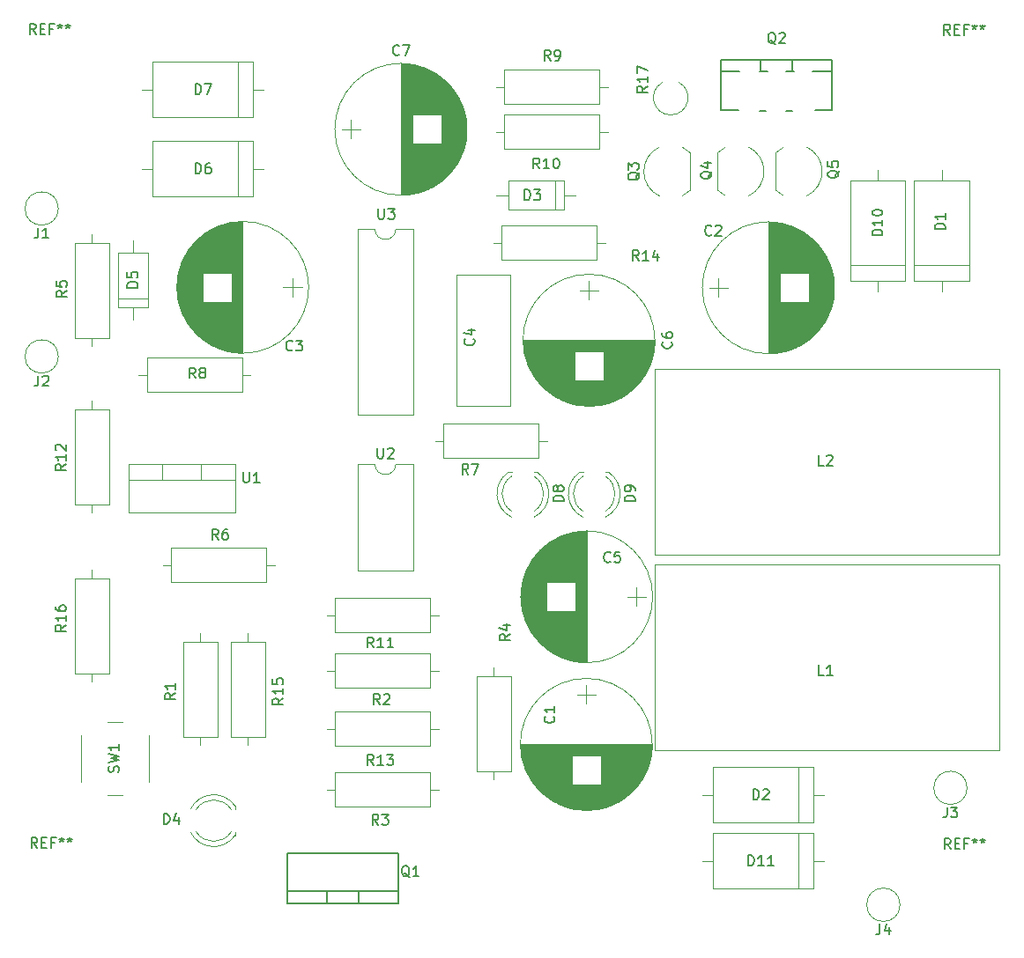
<source format=gbr>
%TF.GenerationSoftware,KiCad,Pcbnew,(5.0.0)*%
%TF.CreationDate,2018-11-17T18:39:48+09:00*%
%TF.ProjectId,16F676-mppt,3136463637362D6D7070742E6B696361,rev?*%
%TF.SameCoordinates,Original*%
%TF.FileFunction,Legend,Top*%
%TF.FilePolarity,Positive*%
%FSLAX46Y46*%
G04 Gerber Fmt 4.6, Leading zero omitted, Abs format (unit mm)*
G04 Created by KiCad (PCBNEW (5.0.0)) date 11/17/18 18:39:48*
%MOMM*%
%LPD*%
G01*
G04 APERTURE LIST*
%ADD10C,0.120000*%
%ADD11C,0.150000*%
G04 APERTURE END LIST*
D10*
X76984182Y-17859332D02*
G75*
G02X75384760Y-17859650I-799422J-1454828D01*
G01*
X49768000Y-54550000D02*
G75*
G02X47768000Y-54550000I-1000000J0D01*
G01*
X47768000Y-54550000D02*
X46118000Y-54550000D01*
X46118000Y-54550000D02*
X46118000Y-64830000D01*
X46118000Y-64830000D02*
X51418000Y-64830000D01*
X51418000Y-64830000D02*
X51418000Y-54550000D01*
X51418000Y-54550000D02*
X49768000Y-54550000D01*
X74412000Y-81494000D02*
G75*
G03X74412000Y-81494000I-6340000J0D01*
G01*
X74372000Y-81494000D02*
X61772000Y-81494000D01*
X74372000Y-81534000D02*
X61772000Y-81534000D01*
X74372000Y-81574000D02*
X61772000Y-81574000D01*
X74371000Y-81614000D02*
X61773000Y-81614000D01*
X74370000Y-81654000D02*
X61774000Y-81654000D01*
X74369000Y-81694000D02*
X61775000Y-81694000D01*
X74368000Y-81734000D02*
X61776000Y-81734000D01*
X74366000Y-81774000D02*
X61778000Y-81774000D01*
X74364000Y-81814000D02*
X61780000Y-81814000D01*
X74362000Y-81854000D02*
X61782000Y-81854000D01*
X74360000Y-81894000D02*
X61784000Y-81894000D01*
X74357000Y-81934000D02*
X61787000Y-81934000D01*
X74354000Y-81974000D02*
X61790000Y-81974000D01*
X74351000Y-82014000D02*
X61793000Y-82014000D01*
X74348000Y-82054000D02*
X61796000Y-82054000D01*
X74344000Y-82094000D02*
X61800000Y-82094000D01*
X74340000Y-82134000D02*
X61804000Y-82134000D01*
X74336000Y-82174000D02*
X61808000Y-82174000D01*
X74331000Y-82215000D02*
X61813000Y-82215000D01*
X74327000Y-82255000D02*
X61817000Y-82255000D01*
X74322000Y-82295000D02*
X61822000Y-82295000D01*
X74317000Y-82335000D02*
X61827000Y-82335000D01*
X74311000Y-82375000D02*
X61833000Y-82375000D01*
X74305000Y-82415000D02*
X61839000Y-82415000D01*
X74299000Y-82455000D02*
X61845000Y-82455000D01*
X74293000Y-82495000D02*
X61851000Y-82495000D01*
X74287000Y-82535000D02*
X61857000Y-82535000D01*
X74280000Y-82575000D02*
X61864000Y-82575000D01*
X74273000Y-82615000D02*
X69452000Y-82615000D01*
X66692000Y-82615000D02*
X61871000Y-82615000D01*
X74265000Y-82655000D02*
X69452000Y-82655000D01*
X66692000Y-82655000D02*
X61879000Y-82655000D01*
X74258000Y-82695000D02*
X69452000Y-82695000D01*
X66692000Y-82695000D02*
X61886000Y-82695000D01*
X74250000Y-82735000D02*
X69452000Y-82735000D01*
X66692000Y-82735000D02*
X61894000Y-82735000D01*
X74242000Y-82775000D02*
X69452000Y-82775000D01*
X66692000Y-82775000D02*
X61902000Y-82775000D01*
X74234000Y-82815000D02*
X69452000Y-82815000D01*
X66692000Y-82815000D02*
X61910000Y-82815000D01*
X74225000Y-82855000D02*
X69452000Y-82855000D01*
X66692000Y-82855000D02*
X61919000Y-82855000D01*
X74216000Y-82895000D02*
X69452000Y-82895000D01*
X66692000Y-82895000D02*
X61928000Y-82895000D01*
X74207000Y-82935000D02*
X69452000Y-82935000D01*
X66692000Y-82935000D02*
X61937000Y-82935000D01*
X74197000Y-82975000D02*
X69452000Y-82975000D01*
X66692000Y-82975000D02*
X61947000Y-82975000D01*
X74188000Y-83015000D02*
X69452000Y-83015000D01*
X66692000Y-83015000D02*
X61956000Y-83015000D01*
X74178000Y-83055000D02*
X69452000Y-83055000D01*
X66692000Y-83055000D02*
X61966000Y-83055000D01*
X74167000Y-83095000D02*
X69452000Y-83095000D01*
X66692000Y-83095000D02*
X61977000Y-83095000D01*
X74157000Y-83135000D02*
X69452000Y-83135000D01*
X66692000Y-83135000D02*
X61987000Y-83135000D01*
X74146000Y-83175000D02*
X69452000Y-83175000D01*
X66692000Y-83175000D02*
X61998000Y-83175000D01*
X74135000Y-83215000D02*
X69452000Y-83215000D01*
X66692000Y-83215000D02*
X62009000Y-83215000D01*
X74123000Y-83255000D02*
X69452000Y-83255000D01*
X66692000Y-83255000D02*
X62021000Y-83255000D01*
X74112000Y-83295000D02*
X69452000Y-83295000D01*
X66692000Y-83295000D02*
X62032000Y-83295000D01*
X74100000Y-83335000D02*
X69452000Y-83335000D01*
X66692000Y-83335000D02*
X62044000Y-83335000D01*
X74087000Y-83375000D02*
X69452000Y-83375000D01*
X66692000Y-83375000D02*
X62057000Y-83375000D01*
X74075000Y-83415000D02*
X69452000Y-83415000D01*
X66692000Y-83415000D02*
X62069000Y-83415000D01*
X74062000Y-83455000D02*
X69452000Y-83455000D01*
X66692000Y-83455000D02*
X62082000Y-83455000D01*
X74049000Y-83495000D02*
X69452000Y-83495000D01*
X66692000Y-83495000D02*
X62095000Y-83495000D01*
X74035000Y-83535000D02*
X69452000Y-83535000D01*
X66692000Y-83535000D02*
X62109000Y-83535000D01*
X74022000Y-83575000D02*
X69452000Y-83575000D01*
X66692000Y-83575000D02*
X62122000Y-83575000D01*
X74008000Y-83615000D02*
X69452000Y-83615000D01*
X66692000Y-83615000D02*
X62136000Y-83615000D01*
X73993000Y-83655000D02*
X69452000Y-83655000D01*
X66692000Y-83655000D02*
X62151000Y-83655000D01*
X73979000Y-83695000D02*
X69452000Y-83695000D01*
X66692000Y-83695000D02*
X62165000Y-83695000D01*
X73964000Y-83735000D02*
X69452000Y-83735000D01*
X66692000Y-83735000D02*
X62180000Y-83735000D01*
X73948000Y-83775000D02*
X69452000Y-83775000D01*
X66692000Y-83775000D02*
X62196000Y-83775000D01*
X73933000Y-83815000D02*
X69452000Y-83815000D01*
X66692000Y-83815000D02*
X62211000Y-83815000D01*
X73917000Y-83855000D02*
X69452000Y-83855000D01*
X66692000Y-83855000D02*
X62227000Y-83855000D01*
X73901000Y-83895000D02*
X69452000Y-83895000D01*
X66692000Y-83895000D02*
X62243000Y-83895000D01*
X73884000Y-83935000D02*
X69452000Y-83935000D01*
X66692000Y-83935000D02*
X62260000Y-83935000D01*
X73867000Y-83975000D02*
X69452000Y-83975000D01*
X66692000Y-83975000D02*
X62277000Y-83975000D01*
X73850000Y-84015000D02*
X69452000Y-84015000D01*
X66692000Y-84015000D02*
X62294000Y-84015000D01*
X73833000Y-84055000D02*
X69452000Y-84055000D01*
X66692000Y-84055000D02*
X62311000Y-84055000D01*
X73815000Y-84095000D02*
X69452000Y-84095000D01*
X66692000Y-84095000D02*
X62329000Y-84095000D01*
X73797000Y-84135000D02*
X69452000Y-84135000D01*
X66692000Y-84135000D02*
X62347000Y-84135000D01*
X73778000Y-84175000D02*
X69452000Y-84175000D01*
X66692000Y-84175000D02*
X62366000Y-84175000D01*
X73759000Y-84215000D02*
X69452000Y-84215000D01*
X66692000Y-84215000D02*
X62385000Y-84215000D01*
X73740000Y-84255000D02*
X69452000Y-84255000D01*
X66692000Y-84255000D02*
X62404000Y-84255000D01*
X73721000Y-84295000D02*
X69452000Y-84295000D01*
X66692000Y-84295000D02*
X62423000Y-84295000D01*
X73701000Y-84335000D02*
X69452000Y-84335000D01*
X66692000Y-84335000D02*
X62443000Y-84335000D01*
X73681000Y-84375000D02*
X69452000Y-84375000D01*
X66692000Y-84375000D02*
X62463000Y-84375000D01*
X73660000Y-84415000D02*
X69452000Y-84415000D01*
X66692000Y-84415000D02*
X62484000Y-84415000D01*
X73639000Y-84455000D02*
X69452000Y-84455000D01*
X66692000Y-84455000D02*
X62505000Y-84455000D01*
X73618000Y-84495000D02*
X69452000Y-84495000D01*
X66692000Y-84495000D02*
X62526000Y-84495000D01*
X73596000Y-84535000D02*
X69452000Y-84535000D01*
X66692000Y-84535000D02*
X62548000Y-84535000D01*
X73574000Y-84575000D02*
X69452000Y-84575000D01*
X66692000Y-84575000D02*
X62570000Y-84575000D01*
X73552000Y-84615000D02*
X69452000Y-84615000D01*
X66692000Y-84615000D02*
X62592000Y-84615000D01*
X73529000Y-84655000D02*
X69452000Y-84655000D01*
X66692000Y-84655000D02*
X62615000Y-84655000D01*
X73506000Y-84695000D02*
X69452000Y-84695000D01*
X66692000Y-84695000D02*
X62638000Y-84695000D01*
X73482000Y-84735000D02*
X69452000Y-84735000D01*
X66692000Y-84735000D02*
X62662000Y-84735000D01*
X73458000Y-84775000D02*
X69452000Y-84775000D01*
X66692000Y-84775000D02*
X62686000Y-84775000D01*
X73434000Y-84815000D02*
X69452000Y-84815000D01*
X66692000Y-84815000D02*
X62710000Y-84815000D01*
X73409000Y-84855000D02*
X69452000Y-84855000D01*
X66692000Y-84855000D02*
X62735000Y-84855000D01*
X73384000Y-84895000D02*
X69452000Y-84895000D01*
X66692000Y-84895000D02*
X62760000Y-84895000D01*
X73358000Y-84935000D02*
X69452000Y-84935000D01*
X66692000Y-84935000D02*
X62786000Y-84935000D01*
X73332000Y-84975000D02*
X69452000Y-84975000D01*
X66692000Y-84975000D02*
X62812000Y-84975000D01*
X73306000Y-85015000D02*
X69452000Y-85015000D01*
X66692000Y-85015000D02*
X62838000Y-85015000D01*
X73279000Y-85055000D02*
X69452000Y-85055000D01*
X66692000Y-85055000D02*
X62865000Y-85055000D01*
X73251000Y-85095000D02*
X69452000Y-85095000D01*
X66692000Y-85095000D02*
X62893000Y-85095000D01*
X73223000Y-85135000D02*
X69452000Y-85135000D01*
X66692000Y-85135000D02*
X62921000Y-85135000D01*
X73195000Y-85175000D02*
X69452000Y-85175000D01*
X66692000Y-85175000D02*
X62949000Y-85175000D01*
X73166000Y-85215000D02*
X69452000Y-85215000D01*
X66692000Y-85215000D02*
X62978000Y-85215000D01*
X73137000Y-85255000D02*
X69452000Y-85255000D01*
X66692000Y-85255000D02*
X63007000Y-85255000D01*
X73107000Y-85295000D02*
X69452000Y-85295000D01*
X66692000Y-85295000D02*
X63037000Y-85295000D01*
X73077000Y-85335000D02*
X69452000Y-85335000D01*
X66692000Y-85335000D02*
X63067000Y-85335000D01*
X73047000Y-85375000D02*
X63097000Y-85375000D01*
X73015000Y-85415000D02*
X63129000Y-85415000D01*
X72984000Y-85455000D02*
X63160000Y-85455000D01*
X72951000Y-85495000D02*
X63193000Y-85495000D01*
X72919000Y-85535000D02*
X63225000Y-85535000D01*
X72885000Y-85575000D02*
X63259000Y-85575000D01*
X72851000Y-85615000D02*
X63293000Y-85615000D01*
X72817000Y-85655000D02*
X63327000Y-85655000D01*
X72782000Y-85695000D02*
X63362000Y-85695000D01*
X72746000Y-85735000D02*
X63398000Y-85735000D01*
X72710000Y-85775000D02*
X63434000Y-85775000D01*
X72673000Y-85815000D02*
X63471000Y-85815000D01*
X72635000Y-85855000D02*
X63509000Y-85855000D01*
X72597000Y-85895000D02*
X63547000Y-85895000D01*
X72558000Y-85935000D02*
X63586000Y-85935000D01*
X72519000Y-85975000D02*
X63625000Y-85975000D01*
X72478000Y-86015000D02*
X63666000Y-86015000D01*
X72437000Y-86055000D02*
X63707000Y-86055000D01*
X72395000Y-86095000D02*
X63749000Y-86095000D01*
X72353000Y-86135000D02*
X63791000Y-86135000D01*
X72310000Y-86175000D02*
X63834000Y-86175000D01*
X72265000Y-86215000D02*
X63879000Y-86215000D01*
X72220000Y-86255000D02*
X63924000Y-86255000D01*
X72174000Y-86295000D02*
X63970000Y-86295000D01*
X72128000Y-86335000D02*
X64016000Y-86335000D01*
X72080000Y-86375000D02*
X64064000Y-86375000D01*
X72031000Y-86415000D02*
X64113000Y-86415000D01*
X71981000Y-86455000D02*
X64163000Y-86455000D01*
X71931000Y-86495000D02*
X64213000Y-86495000D01*
X71879000Y-86535000D02*
X64265000Y-86535000D01*
X71826000Y-86575000D02*
X64318000Y-86575000D01*
X71772000Y-86615000D02*
X64372000Y-86615000D01*
X71716000Y-86655000D02*
X64428000Y-86655000D01*
X71660000Y-86695000D02*
X64484000Y-86695000D01*
X71602000Y-86735000D02*
X64542000Y-86735000D01*
X71542000Y-86775000D02*
X64602000Y-86775000D01*
X71481000Y-86815000D02*
X64663000Y-86815000D01*
X71419000Y-86855000D02*
X64725000Y-86855000D01*
X71354000Y-86895000D02*
X64790000Y-86895000D01*
X71289000Y-86935000D02*
X64855000Y-86935000D01*
X71221000Y-86975000D02*
X64923000Y-86975000D01*
X71151000Y-87015000D02*
X64993000Y-87015000D01*
X71079000Y-87055000D02*
X65065000Y-87055000D01*
X71005000Y-87095000D02*
X65139000Y-87095000D01*
X70928000Y-87135000D02*
X65216000Y-87135000D01*
X70849000Y-87175000D02*
X65295000Y-87175000D01*
X70767000Y-87215000D02*
X65377000Y-87215000D01*
X70682000Y-87255000D02*
X65462000Y-87255000D01*
X70593000Y-87295000D02*
X65551000Y-87295000D01*
X70500000Y-87335000D02*
X65644000Y-87335000D01*
X70403000Y-87375000D02*
X65741000Y-87375000D01*
X70302000Y-87415000D02*
X65842000Y-87415000D01*
X70194000Y-87455000D02*
X65950000Y-87455000D01*
X70081000Y-87495000D02*
X66063000Y-87495000D01*
X69960000Y-87535000D02*
X66184000Y-87535000D01*
X69829000Y-87575000D02*
X66315000Y-87575000D01*
X69688000Y-87615000D02*
X66456000Y-87615000D01*
X69532000Y-87655000D02*
X66612000Y-87655000D01*
X69357000Y-87695000D02*
X66787000Y-87695000D01*
X69154000Y-87735000D02*
X66990000Y-87735000D01*
X68903000Y-87775000D02*
X67241000Y-87775000D01*
X68536000Y-87815000D02*
X67608000Y-87815000D01*
X68072000Y-75794000D02*
X68072000Y-77594000D01*
X68972000Y-76694000D02*
X67172000Y-76694000D01*
X91898000Y-37592000D02*
G75*
G03X91898000Y-37592000I-6340000J0D01*
G01*
X85558000Y-31292000D02*
X85558000Y-43892000D01*
X85598000Y-31292000D02*
X85598000Y-43892000D01*
X85638000Y-31292000D02*
X85638000Y-43892000D01*
X85678000Y-31293000D02*
X85678000Y-43891000D01*
X85718000Y-31294000D02*
X85718000Y-43890000D01*
X85758000Y-31295000D02*
X85758000Y-43889000D01*
X85798000Y-31296000D02*
X85798000Y-43888000D01*
X85838000Y-31298000D02*
X85838000Y-43886000D01*
X85878000Y-31300000D02*
X85878000Y-43884000D01*
X85918000Y-31302000D02*
X85918000Y-43882000D01*
X85958000Y-31304000D02*
X85958000Y-43880000D01*
X85998000Y-31307000D02*
X85998000Y-43877000D01*
X86038000Y-31310000D02*
X86038000Y-43874000D01*
X86078000Y-31313000D02*
X86078000Y-43871000D01*
X86118000Y-31316000D02*
X86118000Y-43868000D01*
X86158000Y-31320000D02*
X86158000Y-43864000D01*
X86198000Y-31324000D02*
X86198000Y-43860000D01*
X86238000Y-31328000D02*
X86238000Y-43856000D01*
X86279000Y-31333000D02*
X86279000Y-43851000D01*
X86319000Y-31337000D02*
X86319000Y-43847000D01*
X86359000Y-31342000D02*
X86359000Y-43842000D01*
X86399000Y-31347000D02*
X86399000Y-43837000D01*
X86439000Y-31353000D02*
X86439000Y-43831000D01*
X86479000Y-31359000D02*
X86479000Y-43825000D01*
X86519000Y-31365000D02*
X86519000Y-43819000D01*
X86559000Y-31371000D02*
X86559000Y-43813000D01*
X86599000Y-31377000D02*
X86599000Y-43807000D01*
X86639000Y-31384000D02*
X86639000Y-43800000D01*
X86679000Y-31391000D02*
X86679000Y-36212000D01*
X86679000Y-38972000D02*
X86679000Y-43793000D01*
X86719000Y-31399000D02*
X86719000Y-36212000D01*
X86719000Y-38972000D02*
X86719000Y-43785000D01*
X86759000Y-31406000D02*
X86759000Y-36212000D01*
X86759000Y-38972000D02*
X86759000Y-43778000D01*
X86799000Y-31414000D02*
X86799000Y-36212000D01*
X86799000Y-38972000D02*
X86799000Y-43770000D01*
X86839000Y-31422000D02*
X86839000Y-36212000D01*
X86839000Y-38972000D02*
X86839000Y-43762000D01*
X86879000Y-31430000D02*
X86879000Y-36212000D01*
X86879000Y-38972000D02*
X86879000Y-43754000D01*
X86919000Y-31439000D02*
X86919000Y-36212000D01*
X86919000Y-38972000D02*
X86919000Y-43745000D01*
X86959000Y-31448000D02*
X86959000Y-36212000D01*
X86959000Y-38972000D02*
X86959000Y-43736000D01*
X86999000Y-31457000D02*
X86999000Y-36212000D01*
X86999000Y-38972000D02*
X86999000Y-43727000D01*
X87039000Y-31467000D02*
X87039000Y-36212000D01*
X87039000Y-38972000D02*
X87039000Y-43717000D01*
X87079000Y-31476000D02*
X87079000Y-36212000D01*
X87079000Y-38972000D02*
X87079000Y-43708000D01*
X87119000Y-31486000D02*
X87119000Y-36212000D01*
X87119000Y-38972000D02*
X87119000Y-43698000D01*
X87159000Y-31497000D02*
X87159000Y-36212000D01*
X87159000Y-38972000D02*
X87159000Y-43687000D01*
X87199000Y-31507000D02*
X87199000Y-36212000D01*
X87199000Y-38972000D02*
X87199000Y-43677000D01*
X87239000Y-31518000D02*
X87239000Y-36212000D01*
X87239000Y-38972000D02*
X87239000Y-43666000D01*
X87279000Y-31529000D02*
X87279000Y-36212000D01*
X87279000Y-38972000D02*
X87279000Y-43655000D01*
X87319000Y-31541000D02*
X87319000Y-36212000D01*
X87319000Y-38972000D02*
X87319000Y-43643000D01*
X87359000Y-31552000D02*
X87359000Y-36212000D01*
X87359000Y-38972000D02*
X87359000Y-43632000D01*
X87399000Y-31564000D02*
X87399000Y-36212000D01*
X87399000Y-38972000D02*
X87399000Y-43620000D01*
X87439000Y-31577000D02*
X87439000Y-36212000D01*
X87439000Y-38972000D02*
X87439000Y-43607000D01*
X87479000Y-31589000D02*
X87479000Y-36212000D01*
X87479000Y-38972000D02*
X87479000Y-43595000D01*
X87519000Y-31602000D02*
X87519000Y-36212000D01*
X87519000Y-38972000D02*
X87519000Y-43582000D01*
X87559000Y-31615000D02*
X87559000Y-36212000D01*
X87559000Y-38972000D02*
X87559000Y-43569000D01*
X87599000Y-31629000D02*
X87599000Y-36212000D01*
X87599000Y-38972000D02*
X87599000Y-43555000D01*
X87639000Y-31642000D02*
X87639000Y-36212000D01*
X87639000Y-38972000D02*
X87639000Y-43542000D01*
X87679000Y-31656000D02*
X87679000Y-36212000D01*
X87679000Y-38972000D02*
X87679000Y-43528000D01*
X87719000Y-31671000D02*
X87719000Y-36212000D01*
X87719000Y-38972000D02*
X87719000Y-43513000D01*
X87759000Y-31685000D02*
X87759000Y-36212000D01*
X87759000Y-38972000D02*
X87759000Y-43499000D01*
X87799000Y-31700000D02*
X87799000Y-36212000D01*
X87799000Y-38972000D02*
X87799000Y-43484000D01*
X87839000Y-31716000D02*
X87839000Y-36212000D01*
X87839000Y-38972000D02*
X87839000Y-43468000D01*
X87879000Y-31731000D02*
X87879000Y-36212000D01*
X87879000Y-38972000D02*
X87879000Y-43453000D01*
X87919000Y-31747000D02*
X87919000Y-36212000D01*
X87919000Y-38972000D02*
X87919000Y-43437000D01*
X87959000Y-31763000D02*
X87959000Y-36212000D01*
X87959000Y-38972000D02*
X87959000Y-43421000D01*
X87999000Y-31780000D02*
X87999000Y-36212000D01*
X87999000Y-38972000D02*
X87999000Y-43404000D01*
X88039000Y-31797000D02*
X88039000Y-36212000D01*
X88039000Y-38972000D02*
X88039000Y-43387000D01*
X88079000Y-31814000D02*
X88079000Y-36212000D01*
X88079000Y-38972000D02*
X88079000Y-43370000D01*
X88119000Y-31831000D02*
X88119000Y-36212000D01*
X88119000Y-38972000D02*
X88119000Y-43353000D01*
X88159000Y-31849000D02*
X88159000Y-36212000D01*
X88159000Y-38972000D02*
X88159000Y-43335000D01*
X88199000Y-31867000D02*
X88199000Y-36212000D01*
X88199000Y-38972000D02*
X88199000Y-43317000D01*
X88239000Y-31886000D02*
X88239000Y-36212000D01*
X88239000Y-38972000D02*
X88239000Y-43298000D01*
X88279000Y-31905000D02*
X88279000Y-36212000D01*
X88279000Y-38972000D02*
X88279000Y-43279000D01*
X88319000Y-31924000D02*
X88319000Y-36212000D01*
X88319000Y-38972000D02*
X88319000Y-43260000D01*
X88359000Y-31943000D02*
X88359000Y-36212000D01*
X88359000Y-38972000D02*
X88359000Y-43241000D01*
X88399000Y-31963000D02*
X88399000Y-36212000D01*
X88399000Y-38972000D02*
X88399000Y-43221000D01*
X88439000Y-31983000D02*
X88439000Y-36212000D01*
X88439000Y-38972000D02*
X88439000Y-43201000D01*
X88479000Y-32004000D02*
X88479000Y-36212000D01*
X88479000Y-38972000D02*
X88479000Y-43180000D01*
X88519000Y-32025000D02*
X88519000Y-36212000D01*
X88519000Y-38972000D02*
X88519000Y-43159000D01*
X88559000Y-32046000D02*
X88559000Y-36212000D01*
X88559000Y-38972000D02*
X88559000Y-43138000D01*
X88599000Y-32068000D02*
X88599000Y-36212000D01*
X88599000Y-38972000D02*
X88599000Y-43116000D01*
X88639000Y-32090000D02*
X88639000Y-36212000D01*
X88639000Y-38972000D02*
X88639000Y-43094000D01*
X88679000Y-32112000D02*
X88679000Y-36212000D01*
X88679000Y-38972000D02*
X88679000Y-43072000D01*
X88719000Y-32135000D02*
X88719000Y-36212000D01*
X88719000Y-38972000D02*
X88719000Y-43049000D01*
X88759000Y-32158000D02*
X88759000Y-36212000D01*
X88759000Y-38972000D02*
X88759000Y-43026000D01*
X88799000Y-32182000D02*
X88799000Y-36212000D01*
X88799000Y-38972000D02*
X88799000Y-43002000D01*
X88839000Y-32206000D02*
X88839000Y-36212000D01*
X88839000Y-38972000D02*
X88839000Y-42978000D01*
X88879000Y-32230000D02*
X88879000Y-36212000D01*
X88879000Y-38972000D02*
X88879000Y-42954000D01*
X88919000Y-32255000D02*
X88919000Y-36212000D01*
X88919000Y-38972000D02*
X88919000Y-42929000D01*
X88959000Y-32280000D02*
X88959000Y-36212000D01*
X88959000Y-38972000D02*
X88959000Y-42904000D01*
X88999000Y-32306000D02*
X88999000Y-36212000D01*
X88999000Y-38972000D02*
X88999000Y-42878000D01*
X89039000Y-32332000D02*
X89039000Y-36212000D01*
X89039000Y-38972000D02*
X89039000Y-42852000D01*
X89079000Y-32358000D02*
X89079000Y-36212000D01*
X89079000Y-38972000D02*
X89079000Y-42826000D01*
X89119000Y-32385000D02*
X89119000Y-36212000D01*
X89119000Y-38972000D02*
X89119000Y-42799000D01*
X89159000Y-32413000D02*
X89159000Y-36212000D01*
X89159000Y-38972000D02*
X89159000Y-42771000D01*
X89199000Y-32441000D02*
X89199000Y-36212000D01*
X89199000Y-38972000D02*
X89199000Y-42743000D01*
X89239000Y-32469000D02*
X89239000Y-36212000D01*
X89239000Y-38972000D02*
X89239000Y-42715000D01*
X89279000Y-32498000D02*
X89279000Y-36212000D01*
X89279000Y-38972000D02*
X89279000Y-42686000D01*
X89319000Y-32527000D02*
X89319000Y-36212000D01*
X89319000Y-38972000D02*
X89319000Y-42657000D01*
X89359000Y-32557000D02*
X89359000Y-36212000D01*
X89359000Y-38972000D02*
X89359000Y-42627000D01*
X89399000Y-32587000D02*
X89399000Y-36212000D01*
X89399000Y-38972000D02*
X89399000Y-42597000D01*
X89439000Y-32617000D02*
X89439000Y-42567000D01*
X89479000Y-32649000D02*
X89479000Y-42535000D01*
X89519000Y-32680000D02*
X89519000Y-42504000D01*
X89559000Y-32713000D02*
X89559000Y-42471000D01*
X89599000Y-32745000D02*
X89599000Y-42439000D01*
X89639000Y-32779000D02*
X89639000Y-42405000D01*
X89679000Y-32813000D02*
X89679000Y-42371000D01*
X89719000Y-32847000D02*
X89719000Y-42337000D01*
X89759000Y-32882000D02*
X89759000Y-42302000D01*
X89799000Y-32918000D02*
X89799000Y-42266000D01*
X89839000Y-32954000D02*
X89839000Y-42230000D01*
X89879000Y-32991000D02*
X89879000Y-42193000D01*
X89919000Y-33029000D02*
X89919000Y-42155000D01*
X89959000Y-33067000D02*
X89959000Y-42117000D01*
X89999000Y-33106000D02*
X89999000Y-42078000D01*
X90039000Y-33145000D02*
X90039000Y-42039000D01*
X90079000Y-33186000D02*
X90079000Y-41998000D01*
X90119000Y-33227000D02*
X90119000Y-41957000D01*
X90159000Y-33269000D02*
X90159000Y-41915000D01*
X90199000Y-33311000D02*
X90199000Y-41873000D01*
X90239000Y-33354000D02*
X90239000Y-41830000D01*
X90279000Y-33399000D02*
X90279000Y-41785000D01*
X90319000Y-33444000D02*
X90319000Y-41740000D01*
X90359000Y-33490000D02*
X90359000Y-41694000D01*
X90399000Y-33536000D02*
X90399000Y-41648000D01*
X90439000Y-33584000D02*
X90439000Y-41600000D01*
X90479000Y-33633000D02*
X90479000Y-41551000D01*
X90519000Y-33683000D02*
X90519000Y-41501000D01*
X90559000Y-33733000D02*
X90559000Y-41451000D01*
X90599000Y-33785000D02*
X90599000Y-41399000D01*
X90639000Y-33838000D02*
X90639000Y-41346000D01*
X90679000Y-33892000D02*
X90679000Y-41292000D01*
X90719000Y-33948000D02*
X90719000Y-41236000D01*
X90759000Y-34004000D02*
X90759000Y-41180000D01*
X90799000Y-34062000D02*
X90799000Y-41122000D01*
X90839000Y-34122000D02*
X90839000Y-41062000D01*
X90879000Y-34183000D02*
X90879000Y-41001000D01*
X90919000Y-34245000D02*
X90919000Y-40939000D01*
X90959000Y-34310000D02*
X90959000Y-40874000D01*
X90999000Y-34375000D02*
X90999000Y-40809000D01*
X91039000Y-34443000D02*
X91039000Y-40741000D01*
X91079000Y-34513000D02*
X91079000Y-40671000D01*
X91119000Y-34585000D02*
X91119000Y-40599000D01*
X91159000Y-34659000D02*
X91159000Y-40525000D01*
X91199000Y-34736000D02*
X91199000Y-40448000D01*
X91239000Y-34815000D02*
X91239000Y-40369000D01*
X91279000Y-34897000D02*
X91279000Y-40287000D01*
X91319000Y-34982000D02*
X91319000Y-40202000D01*
X91359000Y-35071000D02*
X91359000Y-40113000D01*
X91399000Y-35164000D02*
X91399000Y-40020000D01*
X91439000Y-35261000D02*
X91439000Y-39923000D01*
X91479000Y-35362000D02*
X91479000Y-39822000D01*
X91519000Y-35470000D02*
X91519000Y-39714000D01*
X91559000Y-35583000D02*
X91559000Y-39601000D01*
X91599000Y-35704000D02*
X91599000Y-39480000D01*
X91639000Y-35835000D02*
X91639000Y-39349000D01*
X91679000Y-35976000D02*
X91679000Y-39208000D01*
X91719000Y-36132000D02*
X91719000Y-39052000D01*
X91759000Y-36307000D02*
X91759000Y-38877000D01*
X91799000Y-36510000D02*
X91799000Y-38674000D01*
X91839000Y-36761000D02*
X91839000Y-38423000D01*
X91879000Y-37128000D02*
X91879000Y-38056000D01*
X79858000Y-37592000D02*
X81658000Y-37592000D01*
X80758000Y-36692000D02*
X80758000Y-38492000D01*
X41401520Y-37551360D02*
G75*
G03X41401520Y-37551360I-6340000J0D01*
G01*
X35061520Y-43851360D02*
X35061520Y-31251360D01*
X35021520Y-43851360D02*
X35021520Y-31251360D01*
X34981520Y-43851360D02*
X34981520Y-31251360D01*
X34941520Y-43850360D02*
X34941520Y-31252360D01*
X34901520Y-43849360D02*
X34901520Y-31253360D01*
X34861520Y-43848360D02*
X34861520Y-31254360D01*
X34821520Y-43847360D02*
X34821520Y-31255360D01*
X34781520Y-43845360D02*
X34781520Y-31257360D01*
X34741520Y-43843360D02*
X34741520Y-31259360D01*
X34701520Y-43841360D02*
X34701520Y-31261360D01*
X34661520Y-43839360D02*
X34661520Y-31263360D01*
X34621520Y-43836360D02*
X34621520Y-31266360D01*
X34581520Y-43833360D02*
X34581520Y-31269360D01*
X34541520Y-43830360D02*
X34541520Y-31272360D01*
X34501520Y-43827360D02*
X34501520Y-31275360D01*
X34461520Y-43823360D02*
X34461520Y-31279360D01*
X34421520Y-43819360D02*
X34421520Y-31283360D01*
X34381520Y-43815360D02*
X34381520Y-31287360D01*
X34340520Y-43810360D02*
X34340520Y-31292360D01*
X34300520Y-43806360D02*
X34300520Y-31296360D01*
X34260520Y-43801360D02*
X34260520Y-31301360D01*
X34220520Y-43796360D02*
X34220520Y-31306360D01*
X34180520Y-43790360D02*
X34180520Y-31312360D01*
X34140520Y-43784360D02*
X34140520Y-31318360D01*
X34100520Y-43778360D02*
X34100520Y-31324360D01*
X34060520Y-43772360D02*
X34060520Y-31330360D01*
X34020520Y-43766360D02*
X34020520Y-31336360D01*
X33980520Y-43759360D02*
X33980520Y-31343360D01*
X33940520Y-43752360D02*
X33940520Y-38931360D01*
X33940520Y-36171360D02*
X33940520Y-31350360D01*
X33900520Y-43744360D02*
X33900520Y-38931360D01*
X33900520Y-36171360D02*
X33900520Y-31358360D01*
X33860520Y-43737360D02*
X33860520Y-38931360D01*
X33860520Y-36171360D02*
X33860520Y-31365360D01*
X33820520Y-43729360D02*
X33820520Y-38931360D01*
X33820520Y-36171360D02*
X33820520Y-31373360D01*
X33780520Y-43721360D02*
X33780520Y-38931360D01*
X33780520Y-36171360D02*
X33780520Y-31381360D01*
X33740520Y-43713360D02*
X33740520Y-38931360D01*
X33740520Y-36171360D02*
X33740520Y-31389360D01*
X33700520Y-43704360D02*
X33700520Y-38931360D01*
X33700520Y-36171360D02*
X33700520Y-31398360D01*
X33660520Y-43695360D02*
X33660520Y-38931360D01*
X33660520Y-36171360D02*
X33660520Y-31407360D01*
X33620520Y-43686360D02*
X33620520Y-38931360D01*
X33620520Y-36171360D02*
X33620520Y-31416360D01*
X33580520Y-43676360D02*
X33580520Y-38931360D01*
X33580520Y-36171360D02*
X33580520Y-31426360D01*
X33540520Y-43667360D02*
X33540520Y-38931360D01*
X33540520Y-36171360D02*
X33540520Y-31435360D01*
X33500520Y-43657360D02*
X33500520Y-38931360D01*
X33500520Y-36171360D02*
X33500520Y-31445360D01*
X33460520Y-43646360D02*
X33460520Y-38931360D01*
X33460520Y-36171360D02*
X33460520Y-31456360D01*
X33420520Y-43636360D02*
X33420520Y-38931360D01*
X33420520Y-36171360D02*
X33420520Y-31466360D01*
X33380520Y-43625360D02*
X33380520Y-38931360D01*
X33380520Y-36171360D02*
X33380520Y-31477360D01*
X33340520Y-43614360D02*
X33340520Y-38931360D01*
X33340520Y-36171360D02*
X33340520Y-31488360D01*
X33300520Y-43602360D02*
X33300520Y-38931360D01*
X33300520Y-36171360D02*
X33300520Y-31500360D01*
X33260520Y-43591360D02*
X33260520Y-38931360D01*
X33260520Y-36171360D02*
X33260520Y-31511360D01*
X33220520Y-43579360D02*
X33220520Y-38931360D01*
X33220520Y-36171360D02*
X33220520Y-31523360D01*
X33180520Y-43566360D02*
X33180520Y-38931360D01*
X33180520Y-36171360D02*
X33180520Y-31536360D01*
X33140520Y-43554360D02*
X33140520Y-38931360D01*
X33140520Y-36171360D02*
X33140520Y-31548360D01*
X33100520Y-43541360D02*
X33100520Y-38931360D01*
X33100520Y-36171360D02*
X33100520Y-31561360D01*
X33060520Y-43528360D02*
X33060520Y-38931360D01*
X33060520Y-36171360D02*
X33060520Y-31574360D01*
X33020520Y-43514360D02*
X33020520Y-38931360D01*
X33020520Y-36171360D02*
X33020520Y-31588360D01*
X32980520Y-43501360D02*
X32980520Y-38931360D01*
X32980520Y-36171360D02*
X32980520Y-31601360D01*
X32940520Y-43487360D02*
X32940520Y-38931360D01*
X32940520Y-36171360D02*
X32940520Y-31615360D01*
X32900520Y-43472360D02*
X32900520Y-38931360D01*
X32900520Y-36171360D02*
X32900520Y-31630360D01*
X32860520Y-43458360D02*
X32860520Y-38931360D01*
X32860520Y-36171360D02*
X32860520Y-31644360D01*
X32820520Y-43443360D02*
X32820520Y-38931360D01*
X32820520Y-36171360D02*
X32820520Y-31659360D01*
X32780520Y-43427360D02*
X32780520Y-38931360D01*
X32780520Y-36171360D02*
X32780520Y-31675360D01*
X32740520Y-43412360D02*
X32740520Y-38931360D01*
X32740520Y-36171360D02*
X32740520Y-31690360D01*
X32700520Y-43396360D02*
X32700520Y-38931360D01*
X32700520Y-36171360D02*
X32700520Y-31706360D01*
X32660520Y-43380360D02*
X32660520Y-38931360D01*
X32660520Y-36171360D02*
X32660520Y-31722360D01*
X32620520Y-43363360D02*
X32620520Y-38931360D01*
X32620520Y-36171360D02*
X32620520Y-31739360D01*
X32580520Y-43346360D02*
X32580520Y-38931360D01*
X32580520Y-36171360D02*
X32580520Y-31756360D01*
X32540520Y-43329360D02*
X32540520Y-38931360D01*
X32540520Y-36171360D02*
X32540520Y-31773360D01*
X32500520Y-43312360D02*
X32500520Y-38931360D01*
X32500520Y-36171360D02*
X32500520Y-31790360D01*
X32460520Y-43294360D02*
X32460520Y-38931360D01*
X32460520Y-36171360D02*
X32460520Y-31808360D01*
X32420520Y-43276360D02*
X32420520Y-38931360D01*
X32420520Y-36171360D02*
X32420520Y-31826360D01*
X32380520Y-43257360D02*
X32380520Y-38931360D01*
X32380520Y-36171360D02*
X32380520Y-31845360D01*
X32340520Y-43238360D02*
X32340520Y-38931360D01*
X32340520Y-36171360D02*
X32340520Y-31864360D01*
X32300520Y-43219360D02*
X32300520Y-38931360D01*
X32300520Y-36171360D02*
X32300520Y-31883360D01*
X32260520Y-43200360D02*
X32260520Y-38931360D01*
X32260520Y-36171360D02*
X32260520Y-31902360D01*
X32220520Y-43180360D02*
X32220520Y-38931360D01*
X32220520Y-36171360D02*
X32220520Y-31922360D01*
X32180520Y-43160360D02*
X32180520Y-38931360D01*
X32180520Y-36171360D02*
X32180520Y-31942360D01*
X32140520Y-43139360D02*
X32140520Y-38931360D01*
X32140520Y-36171360D02*
X32140520Y-31963360D01*
X32100520Y-43118360D02*
X32100520Y-38931360D01*
X32100520Y-36171360D02*
X32100520Y-31984360D01*
X32060520Y-43097360D02*
X32060520Y-38931360D01*
X32060520Y-36171360D02*
X32060520Y-32005360D01*
X32020520Y-43075360D02*
X32020520Y-38931360D01*
X32020520Y-36171360D02*
X32020520Y-32027360D01*
X31980520Y-43053360D02*
X31980520Y-38931360D01*
X31980520Y-36171360D02*
X31980520Y-32049360D01*
X31940520Y-43031360D02*
X31940520Y-38931360D01*
X31940520Y-36171360D02*
X31940520Y-32071360D01*
X31900520Y-43008360D02*
X31900520Y-38931360D01*
X31900520Y-36171360D02*
X31900520Y-32094360D01*
X31860520Y-42985360D02*
X31860520Y-38931360D01*
X31860520Y-36171360D02*
X31860520Y-32117360D01*
X31820520Y-42961360D02*
X31820520Y-38931360D01*
X31820520Y-36171360D02*
X31820520Y-32141360D01*
X31780520Y-42937360D02*
X31780520Y-38931360D01*
X31780520Y-36171360D02*
X31780520Y-32165360D01*
X31740520Y-42913360D02*
X31740520Y-38931360D01*
X31740520Y-36171360D02*
X31740520Y-32189360D01*
X31700520Y-42888360D02*
X31700520Y-38931360D01*
X31700520Y-36171360D02*
X31700520Y-32214360D01*
X31660520Y-42863360D02*
X31660520Y-38931360D01*
X31660520Y-36171360D02*
X31660520Y-32239360D01*
X31620520Y-42837360D02*
X31620520Y-38931360D01*
X31620520Y-36171360D02*
X31620520Y-32265360D01*
X31580520Y-42811360D02*
X31580520Y-38931360D01*
X31580520Y-36171360D02*
X31580520Y-32291360D01*
X31540520Y-42785360D02*
X31540520Y-38931360D01*
X31540520Y-36171360D02*
X31540520Y-32317360D01*
X31500520Y-42758360D02*
X31500520Y-38931360D01*
X31500520Y-36171360D02*
X31500520Y-32344360D01*
X31460520Y-42730360D02*
X31460520Y-38931360D01*
X31460520Y-36171360D02*
X31460520Y-32372360D01*
X31420520Y-42702360D02*
X31420520Y-38931360D01*
X31420520Y-36171360D02*
X31420520Y-32400360D01*
X31380520Y-42674360D02*
X31380520Y-38931360D01*
X31380520Y-36171360D02*
X31380520Y-32428360D01*
X31340520Y-42645360D02*
X31340520Y-38931360D01*
X31340520Y-36171360D02*
X31340520Y-32457360D01*
X31300520Y-42616360D02*
X31300520Y-38931360D01*
X31300520Y-36171360D02*
X31300520Y-32486360D01*
X31260520Y-42586360D02*
X31260520Y-38931360D01*
X31260520Y-36171360D02*
X31260520Y-32516360D01*
X31220520Y-42556360D02*
X31220520Y-38931360D01*
X31220520Y-36171360D02*
X31220520Y-32546360D01*
X31180520Y-42526360D02*
X31180520Y-32576360D01*
X31140520Y-42494360D02*
X31140520Y-32608360D01*
X31100520Y-42463360D02*
X31100520Y-32639360D01*
X31060520Y-42430360D02*
X31060520Y-32672360D01*
X31020520Y-42398360D02*
X31020520Y-32704360D01*
X30980520Y-42364360D02*
X30980520Y-32738360D01*
X30940520Y-42330360D02*
X30940520Y-32772360D01*
X30900520Y-42296360D02*
X30900520Y-32806360D01*
X30860520Y-42261360D02*
X30860520Y-32841360D01*
X30820520Y-42225360D02*
X30820520Y-32877360D01*
X30780520Y-42189360D02*
X30780520Y-32913360D01*
X30740520Y-42152360D02*
X30740520Y-32950360D01*
X30700520Y-42114360D02*
X30700520Y-32988360D01*
X30660520Y-42076360D02*
X30660520Y-33026360D01*
X30620520Y-42037360D02*
X30620520Y-33065360D01*
X30580520Y-41998360D02*
X30580520Y-33104360D01*
X30540520Y-41957360D02*
X30540520Y-33145360D01*
X30500520Y-41916360D02*
X30500520Y-33186360D01*
X30460520Y-41874360D02*
X30460520Y-33228360D01*
X30420520Y-41832360D02*
X30420520Y-33270360D01*
X30380520Y-41789360D02*
X30380520Y-33313360D01*
X30340520Y-41744360D02*
X30340520Y-33358360D01*
X30300520Y-41699360D02*
X30300520Y-33403360D01*
X30260520Y-41653360D02*
X30260520Y-33449360D01*
X30220520Y-41607360D02*
X30220520Y-33495360D01*
X30180520Y-41559360D02*
X30180520Y-33543360D01*
X30140520Y-41510360D02*
X30140520Y-33592360D01*
X30100520Y-41460360D02*
X30100520Y-33642360D01*
X30060520Y-41410360D02*
X30060520Y-33692360D01*
X30020520Y-41358360D02*
X30020520Y-33744360D01*
X29980520Y-41305360D02*
X29980520Y-33797360D01*
X29940520Y-41251360D02*
X29940520Y-33851360D01*
X29900520Y-41195360D02*
X29900520Y-33907360D01*
X29860520Y-41139360D02*
X29860520Y-33963360D01*
X29820520Y-41081360D02*
X29820520Y-34021360D01*
X29780520Y-41021360D02*
X29780520Y-34081360D01*
X29740520Y-40960360D02*
X29740520Y-34142360D01*
X29700520Y-40898360D02*
X29700520Y-34204360D01*
X29660520Y-40833360D02*
X29660520Y-34269360D01*
X29620520Y-40768360D02*
X29620520Y-34334360D01*
X29580520Y-40700360D02*
X29580520Y-34402360D01*
X29540520Y-40630360D02*
X29540520Y-34472360D01*
X29500520Y-40558360D02*
X29500520Y-34544360D01*
X29460520Y-40484360D02*
X29460520Y-34618360D01*
X29420520Y-40407360D02*
X29420520Y-34695360D01*
X29380520Y-40328360D02*
X29380520Y-34774360D01*
X29340520Y-40246360D02*
X29340520Y-34856360D01*
X29300520Y-40161360D02*
X29300520Y-34941360D01*
X29260520Y-40072360D02*
X29260520Y-35030360D01*
X29220520Y-39979360D02*
X29220520Y-35123360D01*
X29180520Y-39882360D02*
X29180520Y-35220360D01*
X29140520Y-39781360D02*
X29140520Y-35321360D01*
X29100520Y-39673360D02*
X29100520Y-35429360D01*
X29060520Y-39560360D02*
X29060520Y-35542360D01*
X29020520Y-39439360D02*
X29020520Y-35663360D01*
X28980520Y-39308360D02*
X28980520Y-35794360D01*
X28940520Y-39167360D02*
X28940520Y-35935360D01*
X28900520Y-39011360D02*
X28900520Y-36091360D01*
X28860520Y-38836360D02*
X28860520Y-36266360D01*
X28820520Y-38633360D02*
X28820520Y-36469360D01*
X28780520Y-38382360D02*
X28780520Y-36720360D01*
X28740520Y-38015360D02*
X28740520Y-37087360D01*
X40761520Y-37551360D02*
X38961520Y-37551360D01*
X39861520Y-38451360D02*
X39861520Y-36651360D01*
X60726000Y-36302000D02*
X60726000Y-48922000D01*
X55606000Y-36302000D02*
X55606000Y-48922000D01*
X60726000Y-36302000D02*
X55606000Y-36302000D01*
X60726000Y-48922000D02*
X55606000Y-48922000D01*
X74452000Y-67310000D02*
G75*
G03X74452000Y-67310000I-6340000J0D01*
G01*
X68112000Y-73610000D02*
X68112000Y-61010000D01*
X68072000Y-73610000D02*
X68072000Y-61010000D01*
X68032000Y-73610000D02*
X68032000Y-61010000D01*
X67992000Y-73609000D02*
X67992000Y-61011000D01*
X67952000Y-73608000D02*
X67952000Y-61012000D01*
X67912000Y-73607000D02*
X67912000Y-61013000D01*
X67872000Y-73606000D02*
X67872000Y-61014000D01*
X67832000Y-73604000D02*
X67832000Y-61016000D01*
X67792000Y-73602000D02*
X67792000Y-61018000D01*
X67752000Y-73600000D02*
X67752000Y-61020000D01*
X67712000Y-73598000D02*
X67712000Y-61022000D01*
X67672000Y-73595000D02*
X67672000Y-61025000D01*
X67632000Y-73592000D02*
X67632000Y-61028000D01*
X67592000Y-73589000D02*
X67592000Y-61031000D01*
X67552000Y-73586000D02*
X67552000Y-61034000D01*
X67512000Y-73582000D02*
X67512000Y-61038000D01*
X67472000Y-73578000D02*
X67472000Y-61042000D01*
X67432000Y-73574000D02*
X67432000Y-61046000D01*
X67391000Y-73569000D02*
X67391000Y-61051000D01*
X67351000Y-73565000D02*
X67351000Y-61055000D01*
X67311000Y-73560000D02*
X67311000Y-61060000D01*
X67271000Y-73555000D02*
X67271000Y-61065000D01*
X67231000Y-73549000D02*
X67231000Y-61071000D01*
X67191000Y-73543000D02*
X67191000Y-61077000D01*
X67151000Y-73537000D02*
X67151000Y-61083000D01*
X67111000Y-73531000D02*
X67111000Y-61089000D01*
X67071000Y-73525000D02*
X67071000Y-61095000D01*
X67031000Y-73518000D02*
X67031000Y-61102000D01*
X66991000Y-73511000D02*
X66991000Y-68690000D01*
X66991000Y-65930000D02*
X66991000Y-61109000D01*
X66951000Y-73503000D02*
X66951000Y-68690000D01*
X66951000Y-65930000D02*
X66951000Y-61117000D01*
X66911000Y-73496000D02*
X66911000Y-68690000D01*
X66911000Y-65930000D02*
X66911000Y-61124000D01*
X66871000Y-73488000D02*
X66871000Y-68690000D01*
X66871000Y-65930000D02*
X66871000Y-61132000D01*
X66831000Y-73480000D02*
X66831000Y-68690000D01*
X66831000Y-65930000D02*
X66831000Y-61140000D01*
X66791000Y-73472000D02*
X66791000Y-68690000D01*
X66791000Y-65930000D02*
X66791000Y-61148000D01*
X66751000Y-73463000D02*
X66751000Y-68690000D01*
X66751000Y-65930000D02*
X66751000Y-61157000D01*
X66711000Y-73454000D02*
X66711000Y-68690000D01*
X66711000Y-65930000D02*
X66711000Y-61166000D01*
X66671000Y-73445000D02*
X66671000Y-68690000D01*
X66671000Y-65930000D02*
X66671000Y-61175000D01*
X66631000Y-73435000D02*
X66631000Y-68690000D01*
X66631000Y-65930000D02*
X66631000Y-61185000D01*
X66591000Y-73426000D02*
X66591000Y-68690000D01*
X66591000Y-65930000D02*
X66591000Y-61194000D01*
X66551000Y-73416000D02*
X66551000Y-68690000D01*
X66551000Y-65930000D02*
X66551000Y-61204000D01*
X66511000Y-73405000D02*
X66511000Y-68690000D01*
X66511000Y-65930000D02*
X66511000Y-61215000D01*
X66471000Y-73395000D02*
X66471000Y-68690000D01*
X66471000Y-65930000D02*
X66471000Y-61225000D01*
X66431000Y-73384000D02*
X66431000Y-68690000D01*
X66431000Y-65930000D02*
X66431000Y-61236000D01*
X66391000Y-73373000D02*
X66391000Y-68690000D01*
X66391000Y-65930000D02*
X66391000Y-61247000D01*
X66351000Y-73361000D02*
X66351000Y-68690000D01*
X66351000Y-65930000D02*
X66351000Y-61259000D01*
X66311000Y-73350000D02*
X66311000Y-68690000D01*
X66311000Y-65930000D02*
X66311000Y-61270000D01*
X66271000Y-73338000D02*
X66271000Y-68690000D01*
X66271000Y-65930000D02*
X66271000Y-61282000D01*
X66231000Y-73325000D02*
X66231000Y-68690000D01*
X66231000Y-65930000D02*
X66231000Y-61295000D01*
X66191000Y-73313000D02*
X66191000Y-68690000D01*
X66191000Y-65930000D02*
X66191000Y-61307000D01*
X66151000Y-73300000D02*
X66151000Y-68690000D01*
X66151000Y-65930000D02*
X66151000Y-61320000D01*
X66111000Y-73287000D02*
X66111000Y-68690000D01*
X66111000Y-65930000D02*
X66111000Y-61333000D01*
X66071000Y-73273000D02*
X66071000Y-68690000D01*
X66071000Y-65930000D02*
X66071000Y-61347000D01*
X66031000Y-73260000D02*
X66031000Y-68690000D01*
X66031000Y-65930000D02*
X66031000Y-61360000D01*
X65991000Y-73246000D02*
X65991000Y-68690000D01*
X65991000Y-65930000D02*
X65991000Y-61374000D01*
X65951000Y-73231000D02*
X65951000Y-68690000D01*
X65951000Y-65930000D02*
X65951000Y-61389000D01*
X65911000Y-73217000D02*
X65911000Y-68690000D01*
X65911000Y-65930000D02*
X65911000Y-61403000D01*
X65871000Y-73202000D02*
X65871000Y-68690000D01*
X65871000Y-65930000D02*
X65871000Y-61418000D01*
X65831000Y-73186000D02*
X65831000Y-68690000D01*
X65831000Y-65930000D02*
X65831000Y-61434000D01*
X65791000Y-73171000D02*
X65791000Y-68690000D01*
X65791000Y-65930000D02*
X65791000Y-61449000D01*
X65751000Y-73155000D02*
X65751000Y-68690000D01*
X65751000Y-65930000D02*
X65751000Y-61465000D01*
X65711000Y-73139000D02*
X65711000Y-68690000D01*
X65711000Y-65930000D02*
X65711000Y-61481000D01*
X65671000Y-73122000D02*
X65671000Y-68690000D01*
X65671000Y-65930000D02*
X65671000Y-61498000D01*
X65631000Y-73105000D02*
X65631000Y-68690000D01*
X65631000Y-65930000D02*
X65631000Y-61515000D01*
X65591000Y-73088000D02*
X65591000Y-68690000D01*
X65591000Y-65930000D02*
X65591000Y-61532000D01*
X65551000Y-73071000D02*
X65551000Y-68690000D01*
X65551000Y-65930000D02*
X65551000Y-61549000D01*
X65511000Y-73053000D02*
X65511000Y-68690000D01*
X65511000Y-65930000D02*
X65511000Y-61567000D01*
X65471000Y-73035000D02*
X65471000Y-68690000D01*
X65471000Y-65930000D02*
X65471000Y-61585000D01*
X65431000Y-73016000D02*
X65431000Y-68690000D01*
X65431000Y-65930000D02*
X65431000Y-61604000D01*
X65391000Y-72997000D02*
X65391000Y-68690000D01*
X65391000Y-65930000D02*
X65391000Y-61623000D01*
X65351000Y-72978000D02*
X65351000Y-68690000D01*
X65351000Y-65930000D02*
X65351000Y-61642000D01*
X65311000Y-72959000D02*
X65311000Y-68690000D01*
X65311000Y-65930000D02*
X65311000Y-61661000D01*
X65271000Y-72939000D02*
X65271000Y-68690000D01*
X65271000Y-65930000D02*
X65271000Y-61681000D01*
X65231000Y-72919000D02*
X65231000Y-68690000D01*
X65231000Y-65930000D02*
X65231000Y-61701000D01*
X65191000Y-72898000D02*
X65191000Y-68690000D01*
X65191000Y-65930000D02*
X65191000Y-61722000D01*
X65151000Y-72877000D02*
X65151000Y-68690000D01*
X65151000Y-65930000D02*
X65151000Y-61743000D01*
X65111000Y-72856000D02*
X65111000Y-68690000D01*
X65111000Y-65930000D02*
X65111000Y-61764000D01*
X65071000Y-72834000D02*
X65071000Y-68690000D01*
X65071000Y-65930000D02*
X65071000Y-61786000D01*
X65031000Y-72812000D02*
X65031000Y-68690000D01*
X65031000Y-65930000D02*
X65031000Y-61808000D01*
X64991000Y-72790000D02*
X64991000Y-68690000D01*
X64991000Y-65930000D02*
X64991000Y-61830000D01*
X64951000Y-72767000D02*
X64951000Y-68690000D01*
X64951000Y-65930000D02*
X64951000Y-61853000D01*
X64911000Y-72744000D02*
X64911000Y-68690000D01*
X64911000Y-65930000D02*
X64911000Y-61876000D01*
X64871000Y-72720000D02*
X64871000Y-68690000D01*
X64871000Y-65930000D02*
X64871000Y-61900000D01*
X64831000Y-72696000D02*
X64831000Y-68690000D01*
X64831000Y-65930000D02*
X64831000Y-61924000D01*
X64791000Y-72672000D02*
X64791000Y-68690000D01*
X64791000Y-65930000D02*
X64791000Y-61948000D01*
X64751000Y-72647000D02*
X64751000Y-68690000D01*
X64751000Y-65930000D02*
X64751000Y-61973000D01*
X64711000Y-72622000D02*
X64711000Y-68690000D01*
X64711000Y-65930000D02*
X64711000Y-61998000D01*
X64671000Y-72596000D02*
X64671000Y-68690000D01*
X64671000Y-65930000D02*
X64671000Y-62024000D01*
X64631000Y-72570000D02*
X64631000Y-68690000D01*
X64631000Y-65930000D02*
X64631000Y-62050000D01*
X64591000Y-72544000D02*
X64591000Y-68690000D01*
X64591000Y-65930000D02*
X64591000Y-62076000D01*
X64551000Y-72517000D02*
X64551000Y-68690000D01*
X64551000Y-65930000D02*
X64551000Y-62103000D01*
X64511000Y-72489000D02*
X64511000Y-68690000D01*
X64511000Y-65930000D02*
X64511000Y-62131000D01*
X64471000Y-72461000D02*
X64471000Y-68690000D01*
X64471000Y-65930000D02*
X64471000Y-62159000D01*
X64431000Y-72433000D02*
X64431000Y-68690000D01*
X64431000Y-65930000D02*
X64431000Y-62187000D01*
X64391000Y-72404000D02*
X64391000Y-68690000D01*
X64391000Y-65930000D02*
X64391000Y-62216000D01*
X64351000Y-72375000D02*
X64351000Y-68690000D01*
X64351000Y-65930000D02*
X64351000Y-62245000D01*
X64311000Y-72345000D02*
X64311000Y-68690000D01*
X64311000Y-65930000D02*
X64311000Y-62275000D01*
X64271000Y-72315000D02*
X64271000Y-68690000D01*
X64271000Y-65930000D02*
X64271000Y-62305000D01*
X64231000Y-72285000D02*
X64231000Y-62335000D01*
X64191000Y-72253000D02*
X64191000Y-62367000D01*
X64151000Y-72222000D02*
X64151000Y-62398000D01*
X64111000Y-72189000D02*
X64111000Y-62431000D01*
X64071000Y-72157000D02*
X64071000Y-62463000D01*
X64031000Y-72123000D02*
X64031000Y-62497000D01*
X63991000Y-72089000D02*
X63991000Y-62531000D01*
X63951000Y-72055000D02*
X63951000Y-62565000D01*
X63911000Y-72020000D02*
X63911000Y-62600000D01*
X63871000Y-71984000D02*
X63871000Y-62636000D01*
X63831000Y-71948000D02*
X63831000Y-62672000D01*
X63791000Y-71911000D02*
X63791000Y-62709000D01*
X63751000Y-71873000D02*
X63751000Y-62747000D01*
X63711000Y-71835000D02*
X63711000Y-62785000D01*
X63671000Y-71796000D02*
X63671000Y-62824000D01*
X63631000Y-71757000D02*
X63631000Y-62863000D01*
X63591000Y-71716000D02*
X63591000Y-62904000D01*
X63551000Y-71675000D02*
X63551000Y-62945000D01*
X63511000Y-71633000D02*
X63511000Y-62987000D01*
X63471000Y-71591000D02*
X63471000Y-63029000D01*
X63431000Y-71548000D02*
X63431000Y-63072000D01*
X63391000Y-71503000D02*
X63391000Y-63117000D01*
X63351000Y-71458000D02*
X63351000Y-63162000D01*
X63311000Y-71412000D02*
X63311000Y-63208000D01*
X63271000Y-71366000D02*
X63271000Y-63254000D01*
X63231000Y-71318000D02*
X63231000Y-63302000D01*
X63191000Y-71269000D02*
X63191000Y-63351000D01*
X63151000Y-71219000D02*
X63151000Y-63401000D01*
X63111000Y-71169000D02*
X63111000Y-63451000D01*
X63071000Y-71117000D02*
X63071000Y-63503000D01*
X63031000Y-71064000D02*
X63031000Y-63556000D01*
X62991000Y-71010000D02*
X62991000Y-63610000D01*
X62951000Y-70954000D02*
X62951000Y-63666000D01*
X62911000Y-70898000D02*
X62911000Y-63722000D01*
X62871000Y-70840000D02*
X62871000Y-63780000D01*
X62831000Y-70780000D02*
X62831000Y-63840000D01*
X62791000Y-70719000D02*
X62791000Y-63901000D01*
X62751000Y-70657000D02*
X62751000Y-63963000D01*
X62711000Y-70592000D02*
X62711000Y-64028000D01*
X62671000Y-70527000D02*
X62671000Y-64093000D01*
X62631000Y-70459000D02*
X62631000Y-64161000D01*
X62591000Y-70389000D02*
X62591000Y-64231000D01*
X62551000Y-70317000D02*
X62551000Y-64303000D01*
X62511000Y-70243000D02*
X62511000Y-64377000D01*
X62471000Y-70166000D02*
X62471000Y-64454000D01*
X62431000Y-70087000D02*
X62431000Y-64533000D01*
X62391000Y-70005000D02*
X62391000Y-64615000D01*
X62351000Y-69920000D02*
X62351000Y-64700000D01*
X62311000Y-69831000D02*
X62311000Y-64789000D01*
X62271000Y-69738000D02*
X62271000Y-64882000D01*
X62231000Y-69641000D02*
X62231000Y-64979000D01*
X62191000Y-69540000D02*
X62191000Y-65080000D01*
X62151000Y-69432000D02*
X62151000Y-65188000D01*
X62111000Y-69319000D02*
X62111000Y-65301000D01*
X62071000Y-69198000D02*
X62071000Y-65422000D01*
X62031000Y-69067000D02*
X62031000Y-65553000D01*
X61991000Y-68926000D02*
X61991000Y-65694000D01*
X61951000Y-68770000D02*
X61951000Y-65850000D01*
X61911000Y-68595000D02*
X61911000Y-66025000D01*
X61871000Y-68392000D02*
X61871000Y-66228000D01*
X61831000Y-68141000D02*
X61831000Y-66479000D01*
X61791000Y-67774000D02*
X61791000Y-66846000D01*
X73812000Y-67310000D02*
X72012000Y-67310000D01*
X72912000Y-68210000D02*
X72912000Y-66410000D01*
X74666000Y-42632000D02*
G75*
G03X74666000Y-42632000I-6340000J0D01*
G01*
X74626000Y-42632000D02*
X62026000Y-42632000D01*
X74626000Y-42672000D02*
X62026000Y-42672000D01*
X74626000Y-42712000D02*
X62026000Y-42712000D01*
X74625000Y-42752000D02*
X62027000Y-42752000D01*
X74624000Y-42792000D02*
X62028000Y-42792000D01*
X74623000Y-42832000D02*
X62029000Y-42832000D01*
X74622000Y-42872000D02*
X62030000Y-42872000D01*
X74620000Y-42912000D02*
X62032000Y-42912000D01*
X74618000Y-42952000D02*
X62034000Y-42952000D01*
X74616000Y-42992000D02*
X62036000Y-42992000D01*
X74614000Y-43032000D02*
X62038000Y-43032000D01*
X74611000Y-43072000D02*
X62041000Y-43072000D01*
X74608000Y-43112000D02*
X62044000Y-43112000D01*
X74605000Y-43152000D02*
X62047000Y-43152000D01*
X74602000Y-43192000D02*
X62050000Y-43192000D01*
X74598000Y-43232000D02*
X62054000Y-43232000D01*
X74594000Y-43272000D02*
X62058000Y-43272000D01*
X74590000Y-43312000D02*
X62062000Y-43312000D01*
X74585000Y-43353000D02*
X62067000Y-43353000D01*
X74581000Y-43393000D02*
X62071000Y-43393000D01*
X74576000Y-43433000D02*
X62076000Y-43433000D01*
X74571000Y-43473000D02*
X62081000Y-43473000D01*
X74565000Y-43513000D02*
X62087000Y-43513000D01*
X74559000Y-43553000D02*
X62093000Y-43553000D01*
X74553000Y-43593000D02*
X62099000Y-43593000D01*
X74547000Y-43633000D02*
X62105000Y-43633000D01*
X74541000Y-43673000D02*
X62111000Y-43673000D01*
X74534000Y-43713000D02*
X62118000Y-43713000D01*
X74527000Y-43753000D02*
X69706000Y-43753000D01*
X66946000Y-43753000D02*
X62125000Y-43753000D01*
X74519000Y-43793000D02*
X69706000Y-43793000D01*
X66946000Y-43793000D02*
X62133000Y-43793000D01*
X74512000Y-43833000D02*
X69706000Y-43833000D01*
X66946000Y-43833000D02*
X62140000Y-43833000D01*
X74504000Y-43873000D02*
X69706000Y-43873000D01*
X66946000Y-43873000D02*
X62148000Y-43873000D01*
X74496000Y-43913000D02*
X69706000Y-43913000D01*
X66946000Y-43913000D02*
X62156000Y-43913000D01*
X74488000Y-43953000D02*
X69706000Y-43953000D01*
X66946000Y-43953000D02*
X62164000Y-43953000D01*
X74479000Y-43993000D02*
X69706000Y-43993000D01*
X66946000Y-43993000D02*
X62173000Y-43993000D01*
X74470000Y-44033000D02*
X69706000Y-44033000D01*
X66946000Y-44033000D02*
X62182000Y-44033000D01*
X74461000Y-44073000D02*
X69706000Y-44073000D01*
X66946000Y-44073000D02*
X62191000Y-44073000D01*
X74451000Y-44113000D02*
X69706000Y-44113000D01*
X66946000Y-44113000D02*
X62201000Y-44113000D01*
X74442000Y-44153000D02*
X69706000Y-44153000D01*
X66946000Y-44153000D02*
X62210000Y-44153000D01*
X74432000Y-44193000D02*
X69706000Y-44193000D01*
X66946000Y-44193000D02*
X62220000Y-44193000D01*
X74421000Y-44233000D02*
X69706000Y-44233000D01*
X66946000Y-44233000D02*
X62231000Y-44233000D01*
X74411000Y-44273000D02*
X69706000Y-44273000D01*
X66946000Y-44273000D02*
X62241000Y-44273000D01*
X74400000Y-44313000D02*
X69706000Y-44313000D01*
X66946000Y-44313000D02*
X62252000Y-44313000D01*
X74389000Y-44353000D02*
X69706000Y-44353000D01*
X66946000Y-44353000D02*
X62263000Y-44353000D01*
X74377000Y-44393000D02*
X69706000Y-44393000D01*
X66946000Y-44393000D02*
X62275000Y-44393000D01*
X74366000Y-44433000D02*
X69706000Y-44433000D01*
X66946000Y-44433000D02*
X62286000Y-44433000D01*
X74354000Y-44473000D02*
X69706000Y-44473000D01*
X66946000Y-44473000D02*
X62298000Y-44473000D01*
X74341000Y-44513000D02*
X69706000Y-44513000D01*
X66946000Y-44513000D02*
X62311000Y-44513000D01*
X74329000Y-44553000D02*
X69706000Y-44553000D01*
X66946000Y-44553000D02*
X62323000Y-44553000D01*
X74316000Y-44593000D02*
X69706000Y-44593000D01*
X66946000Y-44593000D02*
X62336000Y-44593000D01*
X74303000Y-44633000D02*
X69706000Y-44633000D01*
X66946000Y-44633000D02*
X62349000Y-44633000D01*
X74289000Y-44673000D02*
X69706000Y-44673000D01*
X66946000Y-44673000D02*
X62363000Y-44673000D01*
X74276000Y-44713000D02*
X69706000Y-44713000D01*
X66946000Y-44713000D02*
X62376000Y-44713000D01*
X74262000Y-44753000D02*
X69706000Y-44753000D01*
X66946000Y-44753000D02*
X62390000Y-44753000D01*
X74247000Y-44793000D02*
X69706000Y-44793000D01*
X66946000Y-44793000D02*
X62405000Y-44793000D01*
X74233000Y-44833000D02*
X69706000Y-44833000D01*
X66946000Y-44833000D02*
X62419000Y-44833000D01*
X74218000Y-44873000D02*
X69706000Y-44873000D01*
X66946000Y-44873000D02*
X62434000Y-44873000D01*
X74202000Y-44913000D02*
X69706000Y-44913000D01*
X66946000Y-44913000D02*
X62450000Y-44913000D01*
X74187000Y-44953000D02*
X69706000Y-44953000D01*
X66946000Y-44953000D02*
X62465000Y-44953000D01*
X74171000Y-44993000D02*
X69706000Y-44993000D01*
X66946000Y-44993000D02*
X62481000Y-44993000D01*
X74155000Y-45033000D02*
X69706000Y-45033000D01*
X66946000Y-45033000D02*
X62497000Y-45033000D01*
X74138000Y-45073000D02*
X69706000Y-45073000D01*
X66946000Y-45073000D02*
X62514000Y-45073000D01*
X74121000Y-45113000D02*
X69706000Y-45113000D01*
X66946000Y-45113000D02*
X62531000Y-45113000D01*
X74104000Y-45153000D02*
X69706000Y-45153000D01*
X66946000Y-45153000D02*
X62548000Y-45153000D01*
X74087000Y-45193000D02*
X69706000Y-45193000D01*
X66946000Y-45193000D02*
X62565000Y-45193000D01*
X74069000Y-45233000D02*
X69706000Y-45233000D01*
X66946000Y-45233000D02*
X62583000Y-45233000D01*
X74051000Y-45273000D02*
X69706000Y-45273000D01*
X66946000Y-45273000D02*
X62601000Y-45273000D01*
X74032000Y-45313000D02*
X69706000Y-45313000D01*
X66946000Y-45313000D02*
X62620000Y-45313000D01*
X74013000Y-45353000D02*
X69706000Y-45353000D01*
X66946000Y-45353000D02*
X62639000Y-45353000D01*
X73994000Y-45393000D02*
X69706000Y-45393000D01*
X66946000Y-45393000D02*
X62658000Y-45393000D01*
X73975000Y-45433000D02*
X69706000Y-45433000D01*
X66946000Y-45433000D02*
X62677000Y-45433000D01*
X73955000Y-45473000D02*
X69706000Y-45473000D01*
X66946000Y-45473000D02*
X62697000Y-45473000D01*
X73935000Y-45513000D02*
X69706000Y-45513000D01*
X66946000Y-45513000D02*
X62717000Y-45513000D01*
X73914000Y-45553000D02*
X69706000Y-45553000D01*
X66946000Y-45553000D02*
X62738000Y-45553000D01*
X73893000Y-45593000D02*
X69706000Y-45593000D01*
X66946000Y-45593000D02*
X62759000Y-45593000D01*
X73872000Y-45633000D02*
X69706000Y-45633000D01*
X66946000Y-45633000D02*
X62780000Y-45633000D01*
X73850000Y-45673000D02*
X69706000Y-45673000D01*
X66946000Y-45673000D02*
X62802000Y-45673000D01*
X73828000Y-45713000D02*
X69706000Y-45713000D01*
X66946000Y-45713000D02*
X62824000Y-45713000D01*
X73806000Y-45753000D02*
X69706000Y-45753000D01*
X66946000Y-45753000D02*
X62846000Y-45753000D01*
X73783000Y-45793000D02*
X69706000Y-45793000D01*
X66946000Y-45793000D02*
X62869000Y-45793000D01*
X73760000Y-45833000D02*
X69706000Y-45833000D01*
X66946000Y-45833000D02*
X62892000Y-45833000D01*
X73736000Y-45873000D02*
X69706000Y-45873000D01*
X66946000Y-45873000D02*
X62916000Y-45873000D01*
X73712000Y-45913000D02*
X69706000Y-45913000D01*
X66946000Y-45913000D02*
X62940000Y-45913000D01*
X73688000Y-45953000D02*
X69706000Y-45953000D01*
X66946000Y-45953000D02*
X62964000Y-45953000D01*
X73663000Y-45993000D02*
X69706000Y-45993000D01*
X66946000Y-45993000D02*
X62989000Y-45993000D01*
X73638000Y-46033000D02*
X69706000Y-46033000D01*
X66946000Y-46033000D02*
X63014000Y-46033000D01*
X73612000Y-46073000D02*
X69706000Y-46073000D01*
X66946000Y-46073000D02*
X63040000Y-46073000D01*
X73586000Y-46113000D02*
X69706000Y-46113000D01*
X66946000Y-46113000D02*
X63066000Y-46113000D01*
X73560000Y-46153000D02*
X69706000Y-46153000D01*
X66946000Y-46153000D02*
X63092000Y-46153000D01*
X73533000Y-46193000D02*
X69706000Y-46193000D01*
X66946000Y-46193000D02*
X63119000Y-46193000D01*
X73505000Y-46233000D02*
X69706000Y-46233000D01*
X66946000Y-46233000D02*
X63147000Y-46233000D01*
X73477000Y-46273000D02*
X69706000Y-46273000D01*
X66946000Y-46273000D02*
X63175000Y-46273000D01*
X73449000Y-46313000D02*
X69706000Y-46313000D01*
X66946000Y-46313000D02*
X63203000Y-46313000D01*
X73420000Y-46353000D02*
X69706000Y-46353000D01*
X66946000Y-46353000D02*
X63232000Y-46353000D01*
X73391000Y-46393000D02*
X69706000Y-46393000D01*
X66946000Y-46393000D02*
X63261000Y-46393000D01*
X73361000Y-46433000D02*
X69706000Y-46433000D01*
X66946000Y-46433000D02*
X63291000Y-46433000D01*
X73331000Y-46473000D02*
X69706000Y-46473000D01*
X66946000Y-46473000D02*
X63321000Y-46473000D01*
X73301000Y-46513000D02*
X63351000Y-46513000D01*
X73269000Y-46553000D02*
X63383000Y-46553000D01*
X73238000Y-46593000D02*
X63414000Y-46593000D01*
X73205000Y-46633000D02*
X63447000Y-46633000D01*
X73173000Y-46673000D02*
X63479000Y-46673000D01*
X73139000Y-46713000D02*
X63513000Y-46713000D01*
X73105000Y-46753000D02*
X63547000Y-46753000D01*
X73071000Y-46793000D02*
X63581000Y-46793000D01*
X73036000Y-46833000D02*
X63616000Y-46833000D01*
X73000000Y-46873000D02*
X63652000Y-46873000D01*
X72964000Y-46913000D02*
X63688000Y-46913000D01*
X72927000Y-46953000D02*
X63725000Y-46953000D01*
X72889000Y-46993000D02*
X63763000Y-46993000D01*
X72851000Y-47033000D02*
X63801000Y-47033000D01*
X72812000Y-47073000D02*
X63840000Y-47073000D01*
X72773000Y-47113000D02*
X63879000Y-47113000D01*
X72732000Y-47153000D02*
X63920000Y-47153000D01*
X72691000Y-47193000D02*
X63961000Y-47193000D01*
X72649000Y-47233000D02*
X64003000Y-47233000D01*
X72607000Y-47273000D02*
X64045000Y-47273000D01*
X72564000Y-47313000D02*
X64088000Y-47313000D01*
X72519000Y-47353000D02*
X64133000Y-47353000D01*
X72474000Y-47393000D02*
X64178000Y-47393000D01*
X72428000Y-47433000D02*
X64224000Y-47433000D01*
X72382000Y-47473000D02*
X64270000Y-47473000D01*
X72334000Y-47513000D02*
X64318000Y-47513000D01*
X72285000Y-47553000D02*
X64367000Y-47553000D01*
X72235000Y-47593000D02*
X64417000Y-47593000D01*
X72185000Y-47633000D02*
X64467000Y-47633000D01*
X72133000Y-47673000D02*
X64519000Y-47673000D01*
X72080000Y-47713000D02*
X64572000Y-47713000D01*
X72026000Y-47753000D02*
X64626000Y-47753000D01*
X71970000Y-47793000D02*
X64682000Y-47793000D01*
X71914000Y-47833000D02*
X64738000Y-47833000D01*
X71856000Y-47873000D02*
X64796000Y-47873000D01*
X71796000Y-47913000D02*
X64856000Y-47913000D01*
X71735000Y-47953000D02*
X64917000Y-47953000D01*
X71673000Y-47993000D02*
X64979000Y-47993000D01*
X71608000Y-48033000D02*
X65044000Y-48033000D01*
X71543000Y-48073000D02*
X65109000Y-48073000D01*
X71475000Y-48113000D02*
X65177000Y-48113000D01*
X71405000Y-48153000D02*
X65247000Y-48153000D01*
X71333000Y-48193000D02*
X65319000Y-48193000D01*
X71259000Y-48233000D02*
X65393000Y-48233000D01*
X71182000Y-48273000D02*
X65470000Y-48273000D01*
X71103000Y-48313000D02*
X65549000Y-48313000D01*
X71021000Y-48353000D02*
X65631000Y-48353000D01*
X70936000Y-48393000D02*
X65716000Y-48393000D01*
X70847000Y-48433000D02*
X65805000Y-48433000D01*
X70754000Y-48473000D02*
X65898000Y-48473000D01*
X70657000Y-48513000D02*
X65995000Y-48513000D01*
X70556000Y-48553000D02*
X66096000Y-48553000D01*
X70448000Y-48593000D02*
X66204000Y-48593000D01*
X70335000Y-48633000D02*
X66317000Y-48633000D01*
X70214000Y-48673000D02*
X66438000Y-48673000D01*
X70083000Y-48713000D02*
X66569000Y-48713000D01*
X69942000Y-48753000D02*
X66710000Y-48753000D01*
X69786000Y-48793000D02*
X66866000Y-48793000D01*
X69611000Y-48833000D02*
X67041000Y-48833000D01*
X69408000Y-48873000D02*
X67244000Y-48873000D01*
X69157000Y-48913000D02*
X67495000Y-48913000D01*
X68790000Y-48953000D02*
X67862000Y-48953000D01*
X68326000Y-36932000D02*
X68326000Y-38732000D01*
X69226000Y-37832000D02*
X67426000Y-37832000D01*
X56592000Y-22352000D02*
G75*
G03X56592000Y-22352000I-6340000J0D01*
G01*
X50252000Y-16052000D02*
X50252000Y-28652000D01*
X50292000Y-16052000D02*
X50292000Y-28652000D01*
X50332000Y-16052000D02*
X50332000Y-28652000D01*
X50372000Y-16053000D02*
X50372000Y-28651000D01*
X50412000Y-16054000D02*
X50412000Y-28650000D01*
X50452000Y-16055000D02*
X50452000Y-28649000D01*
X50492000Y-16056000D02*
X50492000Y-28648000D01*
X50532000Y-16058000D02*
X50532000Y-28646000D01*
X50572000Y-16060000D02*
X50572000Y-28644000D01*
X50612000Y-16062000D02*
X50612000Y-28642000D01*
X50652000Y-16064000D02*
X50652000Y-28640000D01*
X50692000Y-16067000D02*
X50692000Y-28637000D01*
X50732000Y-16070000D02*
X50732000Y-28634000D01*
X50772000Y-16073000D02*
X50772000Y-28631000D01*
X50812000Y-16076000D02*
X50812000Y-28628000D01*
X50852000Y-16080000D02*
X50852000Y-28624000D01*
X50892000Y-16084000D02*
X50892000Y-28620000D01*
X50932000Y-16088000D02*
X50932000Y-28616000D01*
X50973000Y-16093000D02*
X50973000Y-28611000D01*
X51013000Y-16097000D02*
X51013000Y-28607000D01*
X51053000Y-16102000D02*
X51053000Y-28602000D01*
X51093000Y-16107000D02*
X51093000Y-28597000D01*
X51133000Y-16113000D02*
X51133000Y-28591000D01*
X51173000Y-16119000D02*
X51173000Y-28585000D01*
X51213000Y-16125000D02*
X51213000Y-28579000D01*
X51253000Y-16131000D02*
X51253000Y-28573000D01*
X51293000Y-16137000D02*
X51293000Y-28567000D01*
X51333000Y-16144000D02*
X51333000Y-28560000D01*
X51373000Y-16151000D02*
X51373000Y-20972000D01*
X51373000Y-23732000D02*
X51373000Y-28553000D01*
X51413000Y-16159000D02*
X51413000Y-20972000D01*
X51413000Y-23732000D02*
X51413000Y-28545000D01*
X51453000Y-16166000D02*
X51453000Y-20972000D01*
X51453000Y-23732000D02*
X51453000Y-28538000D01*
X51493000Y-16174000D02*
X51493000Y-20972000D01*
X51493000Y-23732000D02*
X51493000Y-28530000D01*
X51533000Y-16182000D02*
X51533000Y-20972000D01*
X51533000Y-23732000D02*
X51533000Y-28522000D01*
X51573000Y-16190000D02*
X51573000Y-20972000D01*
X51573000Y-23732000D02*
X51573000Y-28514000D01*
X51613000Y-16199000D02*
X51613000Y-20972000D01*
X51613000Y-23732000D02*
X51613000Y-28505000D01*
X51653000Y-16208000D02*
X51653000Y-20972000D01*
X51653000Y-23732000D02*
X51653000Y-28496000D01*
X51693000Y-16217000D02*
X51693000Y-20972000D01*
X51693000Y-23732000D02*
X51693000Y-28487000D01*
X51733000Y-16227000D02*
X51733000Y-20972000D01*
X51733000Y-23732000D02*
X51733000Y-28477000D01*
X51773000Y-16236000D02*
X51773000Y-20972000D01*
X51773000Y-23732000D02*
X51773000Y-28468000D01*
X51813000Y-16246000D02*
X51813000Y-20972000D01*
X51813000Y-23732000D02*
X51813000Y-28458000D01*
X51853000Y-16257000D02*
X51853000Y-20972000D01*
X51853000Y-23732000D02*
X51853000Y-28447000D01*
X51893000Y-16267000D02*
X51893000Y-20972000D01*
X51893000Y-23732000D02*
X51893000Y-28437000D01*
X51933000Y-16278000D02*
X51933000Y-20972000D01*
X51933000Y-23732000D02*
X51933000Y-28426000D01*
X51973000Y-16289000D02*
X51973000Y-20972000D01*
X51973000Y-23732000D02*
X51973000Y-28415000D01*
X52013000Y-16301000D02*
X52013000Y-20972000D01*
X52013000Y-23732000D02*
X52013000Y-28403000D01*
X52053000Y-16312000D02*
X52053000Y-20972000D01*
X52053000Y-23732000D02*
X52053000Y-28392000D01*
X52093000Y-16324000D02*
X52093000Y-20972000D01*
X52093000Y-23732000D02*
X52093000Y-28380000D01*
X52133000Y-16337000D02*
X52133000Y-20972000D01*
X52133000Y-23732000D02*
X52133000Y-28367000D01*
X52173000Y-16349000D02*
X52173000Y-20972000D01*
X52173000Y-23732000D02*
X52173000Y-28355000D01*
X52213000Y-16362000D02*
X52213000Y-20972000D01*
X52213000Y-23732000D02*
X52213000Y-28342000D01*
X52253000Y-16375000D02*
X52253000Y-20972000D01*
X52253000Y-23732000D02*
X52253000Y-28329000D01*
X52293000Y-16389000D02*
X52293000Y-20972000D01*
X52293000Y-23732000D02*
X52293000Y-28315000D01*
X52333000Y-16402000D02*
X52333000Y-20972000D01*
X52333000Y-23732000D02*
X52333000Y-28302000D01*
X52373000Y-16416000D02*
X52373000Y-20972000D01*
X52373000Y-23732000D02*
X52373000Y-28288000D01*
X52413000Y-16431000D02*
X52413000Y-20972000D01*
X52413000Y-23732000D02*
X52413000Y-28273000D01*
X52453000Y-16445000D02*
X52453000Y-20972000D01*
X52453000Y-23732000D02*
X52453000Y-28259000D01*
X52493000Y-16460000D02*
X52493000Y-20972000D01*
X52493000Y-23732000D02*
X52493000Y-28244000D01*
X52533000Y-16476000D02*
X52533000Y-20972000D01*
X52533000Y-23732000D02*
X52533000Y-28228000D01*
X52573000Y-16491000D02*
X52573000Y-20972000D01*
X52573000Y-23732000D02*
X52573000Y-28213000D01*
X52613000Y-16507000D02*
X52613000Y-20972000D01*
X52613000Y-23732000D02*
X52613000Y-28197000D01*
X52653000Y-16523000D02*
X52653000Y-20972000D01*
X52653000Y-23732000D02*
X52653000Y-28181000D01*
X52693000Y-16540000D02*
X52693000Y-20972000D01*
X52693000Y-23732000D02*
X52693000Y-28164000D01*
X52733000Y-16557000D02*
X52733000Y-20972000D01*
X52733000Y-23732000D02*
X52733000Y-28147000D01*
X52773000Y-16574000D02*
X52773000Y-20972000D01*
X52773000Y-23732000D02*
X52773000Y-28130000D01*
X52813000Y-16591000D02*
X52813000Y-20972000D01*
X52813000Y-23732000D02*
X52813000Y-28113000D01*
X52853000Y-16609000D02*
X52853000Y-20972000D01*
X52853000Y-23732000D02*
X52853000Y-28095000D01*
X52893000Y-16627000D02*
X52893000Y-20972000D01*
X52893000Y-23732000D02*
X52893000Y-28077000D01*
X52933000Y-16646000D02*
X52933000Y-20972000D01*
X52933000Y-23732000D02*
X52933000Y-28058000D01*
X52973000Y-16665000D02*
X52973000Y-20972000D01*
X52973000Y-23732000D02*
X52973000Y-28039000D01*
X53013000Y-16684000D02*
X53013000Y-20972000D01*
X53013000Y-23732000D02*
X53013000Y-28020000D01*
X53053000Y-16703000D02*
X53053000Y-20972000D01*
X53053000Y-23732000D02*
X53053000Y-28001000D01*
X53093000Y-16723000D02*
X53093000Y-20972000D01*
X53093000Y-23732000D02*
X53093000Y-27981000D01*
X53133000Y-16743000D02*
X53133000Y-20972000D01*
X53133000Y-23732000D02*
X53133000Y-27961000D01*
X53173000Y-16764000D02*
X53173000Y-20972000D01*
X53173000Y-23732000D02*
X53173000Y-27940000D01*
X53213000Y-16785000D02*
X53213000Y-20972000D01*
X53213000Y-23732000D02*
X53213000Y-27919000D01*
X53253000Y-16806000D02*
X53253000Y-20972000D01*
X53253000Y-23732000D02*
X53253000Y-27898000D01*
X53293000Y-16828000D02*
X53293000Y-20972000D01*
X53293000Y-23732000D02*
X53293000Y-27876000D01*
X53333000Y-16850000D02*
X53333000Y-20972000D01*
X53333000Y-23732000D02*
X53333000Y-27854000D01*
X53373000Y-16872000D02*
X53373000Y-20972000D01*
X53373000Y-23732000D02*
X53373000Y-27832000D01*
X53413000Y-16895000D02*
X53413000Y-20972000D01*
X53413000Y-23732000D02*
X53413000Y-27809000D01*
X53453000Y-16918000D02*
X53453000Y-20972000D01*
X53453000Y-23732000D02*
X53453000Y-27786000D01*
X53493000Y-16942000D02*
X53493000Y-20972000D01*
X53493000Y-23732000D02*
X53493000Y-27762000D01*
X53533000Y-16966000D02*
X53533000Y-20972000D01*
X53533000Y-23732000D02*
X53533000Y-27738000D01*
X53573000Y-16990000D02*
X53573000Y-20972000D01*
X53573000Y-23732000D02*
X53573000Y-27714000D01*
X53613000Y-17015000D02*
X53613000Y-20972000D01*
X53613000Y-23732000D02*
X53613000Y-27689000D01*
X53653000Y-17040000D02*
X53653000Y-20972000D01*
X53653000Y-23732000D02*
X53653000Y-27664000D01*
X53693000Y-17066000D02*
X53693000Y-20972000D01*
X53693000Y-23732000D02*
X53693000Y-27638000D01*
X53733000Y-17092000D02*
X53733000Y-20972000D01*
X53733000Y-23732000D02*
X53733000Y-27612000D01*
X53773000Y-17118000D02*
X53773000Y-20972000D01*
X53773000Y-23732000D02*
X53773000Y-27586000D01*
X53813000Y-17145000D02*
X53813000Y-20972000D01*
X53813000Y-23732000D02*
X53813000Y-27559000D01*
X53853000Y-17173000D02*
X53853000Y-20972000D01*
X53853000Y-23732000D02*
X53853000Y-27531000D01*
X53893000Y-17201000D02*
X53893000Y-20972000D01*
X53893000Y-23732000D02*
X53893000Y-27503000D01*
X53933000Y-17229000D02*
X53933000Y-20972000D01*
X53933000Y-23732000D02*
X53933000Y-27475000D01*
X53973000Y-17258000D02*
X53973000Y-20972000D01*
X53973000Y-23732000D02*
X53973000Y-27446000D01*
X54013000Y-17287000D02*
X54013000Y-20972000D01*
X54013000Y-23732000D02*
X54013000Y-27417000D01*
X54053000Y-17317000D02*
X54053000Y-20972000D01*
X54053000Y-23732000D02*
X54053000Y-27387000D01*
X54093000Y-17347000D02*
X54093000Y-20972000D01*
X54093000Y-23732000D02*
X54093000Y-27357000D01*
X54133000Y-17377000D02*
X54133000Y-27327000D01*
X54173000Y-17409000D02*
X54173000Y-27295000D01*
X54213000Y-17440000D02*
X54213000Y-27264000D01*
X54253000Y-17473000D02*
X54253000Y-27231000D01*
X54293000Y-17505000D02*
X54293000Y-27199000D01*
X54333000Y-17539000D02*
X54333000Y-27165000D01*
X54373000Y-17573000D02*
X54373000Y-27131000D01*
X54413000Y-17607000D02*
X54413000Y-27097000D01*
X54453000Y-17642000D02*
X54453000Y-27062000D01*
X54493000Y-17678000D02*
X54493000Y-27026000D01*
X54533000Y-17714000D02*
X54533000Y-26990000D01*
X54573000Y-17751000D02*
X54573000Y-26953000D01*
X54613000Y-17789000D02*
X54613000Y-26915000D01*
X54653000Y-17827000D02*
X54653000Y-26877000D01*
X54693000Y-17866000D02*
X54693000Y-26838000D01*
X54733000Y-17905000D02*
X54733000Y-26799000D01*
X54773000Y-17946000D02*
X54773000Y-26758000D01*
X54813000Y-17987000D02*
X54813000Y-26717000D01*
X54853000Y-18029000D02*
X54853000Y-26675000D01*
X54893000Y-18071000D02*
X54893000Y-26633000D01*
X54933000Y-18114000D02*
X54933000Y-26590000D01*
X54973000Y-18159000D02*
X54973000Y-26545000D01*
X55013000Y-18204000D02*
X55013000Y-26500000D01*
X55053000Y-18250000D02*
X55053000Y-26454000D01*
X55093000Y-18296000D02*
X55093000Y-26408000D01*
X55133000Y-18344000D02*
X55133000Y-26360000D01*
X55173000Y-18393000D02*
X55173000Y-26311000D01*
X55213000Y-18443000D02*
X55213000Y-26261000D01*
X55253000Y-18493000D02*
X55253000Y-26211000D01*
X55293000Y-18545000D02*
X55293000Y-26159000D01*
X55333000Y-18598000D02*
X55333000Y-26106000D01*
X55373000Y-18652000D02*
X55373000Y-26052000D01*
X55413000Y-18708000D02*
X55413000Y-25996000D01*
X55453000Y-18764000D02*
X55453000Y-25940000D01*
X55493000Y-18822000D02*
X55493000Y-25882000D01*
X55533000Y-18882000D02*
X55533000Y-25822000D01*
X55573000Y-18943000D02*
X55573000Y-25761000D01*
X55613000Y-19005000D02*
X55613000Y-25699000D01*
X55653000Y-19070000D02*
X55653000Y-25634000D01*
X55693000Y-19135000D02*
X55693000Y-25569000D01*
X55733000Y-19203000D02*
X55733000Y-25501000D01*
X55773000Y-19273000D02*
X55773000Y-25431000D01*
X55813000Y-19345000D02*
X55813000Y-25359000D01*
X55853000Y-19419000D02*
X55853000Y-25285000D01*
X55893000Y-19496000D02*
X55893000Y-25208000D01*
X55933000Y-19575000D02*
X55933000Y-25129000D01*
X55973000Y-19657000D02*
X55973000Y-25047000D01*
X56013000Y-19742000D02*
X56013000Y-24962000D01*
X56053000Y-19831000D02*
X56053000Y-24873000D01*
X56093000Y-19924000D02*
X56093000Y-24780000D01*
X56133000Y-20021000D02*
X56133000Y-24683000D01*
X56173000Y-20122000D02*
X56173000Y-24582000D01*
X56213000Y-20230000D02*
X56213000Y-24474000D01*
X56253000Y-20343000D02*
X56253000Y-24361000D01*
X56293000Y-20464000D02*
X56293000Y-24240000D01*
X56333000Y-20595000D02*
X56333000Y-24109000D01*
X56373000Y-20736000D02*
X56373000Y-23968000D01*
X56413000Y-20892000D02*
X56413000Y-23812000D01*
X56453000Y-21067000D02*
X56453000Y-23637000D01*
X56493000Y-21270000D02*
X56493000Y-23434000D01*
X56533000Y-21521000D02*
X56533000Y-23183000D01*
X56573000Y-21888000D02*
X56573000Y-22816000D01*
X44552000Y-22352000D02*
X46352000Y-22352000D01*
X45452000Y-21452000D02*
X45452000Y-23252000D01*
X99564840Y-36930840D02*
X104884840Y-36930840D01*
X104884840Y-36930840D02*
X104884840Y-27310840D01*
X104884840Y-27310840D02*
X99564840Y-27310840D01*
X99564840Y-27310840D02*
X99564840Y-36930840D01*
X102224840Y-37960840D02*
X102224840Y-36930840D01*
X102224840Y-26280840D02*
X102224840Y-27310840D01*
X99564840Y-35445840D02*
X104884840Y-35445840D01*
X89900000Y-89020000D02*
X89900000Y-83700000D01*
X89900000Y-83700000D02*
X80280000Y-83700000D01*
X80280000Y-83700000D02*
X80280000Y-89020000D01*
X80280000Y-89020000D02*
X89900000Y-89020000D01*
X90930000Y-86360000D02*
X89900000Y-86360000D01*
X79250000Y-86360000D02*
X80280000Y-86360000D01*
X88415000Y-89020000D02*
X88415000Y-83700000D01*
X65906000Y-30112000D02*
X65906000Y-27292000D01*
X65906000Y-27292000D02*
X60586000Y-27292000D01*
X60586000Y-27292000D02*
X60586000Y-30112000D01*
X60586000Y-30112000D02*
X65906000Y-30112000D01*
X67046000Y-28702000D02*
X65906000Y-28702000D01*
X59446000Y-28702000D02*
X60586000Y-28702000D01*
X65066000Y-30112000D02*
X65066000Y-27292000D01*
X30035078Y-89914684D02*
G75*
G03X34338320Y-90232709I2243242J1080724D01*
G01*
X30035078Y-87753236D02*
G75*
G02X34338320Y-87435211I2243242J-1080724D01*
G01*
X30595607Y-89914921D02*
G75*
G03X33961650Y-89913960I1682713J1080961D01*
G01*
X30595607Y-87752999D02*
G75*
G02X33961650Y-87753960I1682713J-1080961D01*
G01*
X34338320Y-90232960D02*
X34338320Y-89913960D01*
X34338320Y-87753960D02*
X34338320Y-87434960D01*
X23106080Y-39505240D02*
X25926080Y-39505240D01*
X25926080Y-39505240D02*
X25926080Y-34185240D01*
X25926080Y-34185240D02*
X23106080Y-34185240D01*
X23106080Y-34185240D02*
X23106080Y-39505240D01*
X24516080Y-40645240D02*
X24516080Y-39505240D01*
X24516080Y-33045240D02*
X24516080Y-34185240D01*
X23106080Y-38665240D02*
X25926080Y-38665240D01*
X36052000Y-28822000D02*
X36052000Y-23502000D01*
X36052000Y-23502000D02*
X26432000Y-23502000D01*
X26432000Y-23502000D02*
X26432000Y-28822000D01*
X26432000Y-28822000D02*
X36052000Y-28822000D01*
X37082000Y-26162000D02*
X36052000Y-26162000D01*
X25402000Y-26162000D02*
X26432000Y-26162000D01*
X34567000Y-28822000D02*
X34567000Y-23502000D01*
X36052000Y-21202000D02*
X36052000Y-15882000D01*
X36052000Y-15882000D02*
X26432000Y-15882000D01*
X26432000Y-15882000D02*
X26432000Y-21202000D01*
X26432000Y-21202000D02*
X36052000Y-21202000D01*
X37082000Y-18542000D02*
X36052000Y-18542000D01*
X25402000Y-18542000D02*
X26432000Y-18542000D01*
X34567000Y-21202000D02*
X34567000Y-15882000D01*
X63056724Y-59647242D02*
G75*
G03X63374749Y-55344000I-1080724J2243242D01*
G01*
X60895276Y-59647242D02*
G75*
G02X60577251Y-55344000I1080724J2243242D01*
G01*
X63056961Y-59086713D02*
G75*
G03X63056000Y-55720670I-1080961J1682713D01*
G01*
X60895039Y-59086713D02*
G75*
G02X60896000Y-55720670I1080961J1682713D01*
G01*
X63375000Y-55344000D02*
X63056000Y-55344000D01*
X60896000Y-55344000D02*
X60577000Y-55344000D01*
X69914724Y-59647242D02*
G75*
G03X70232749Y-55344000I-1080724J2243242D01*
G01*
X67753276Y-59647242D02*
G75*
G02X67435251Y-55344000I1080724J2243242D01*
G01*
X69914961Y-59086713D02*
G75*
G03X69914000Y-55720670I-1080961J1682713D01*
G01*
X67753039Y-59086713D02*
G75*
G02X67754000Y-55720670I1080961J1682713D01*
G01*
X70233000Y-55344000D02*
X69914000Y-55344000D01*
X67754000Y-55344000D02*
X67435000Y-55344000D01*
X93412960Y-36930840D02*
X98732960Y-36930840D01*
X98732960Y-36930840D02*
X98732960Y-27310840D01*
X98732960Y-27310840D02*
X93412960Y-27310840D01*
X93412960Y-27310840D02*
X93412960Y-36930840D01*
X96072960Y-37960840D02*
X96072960Y-36930840D01*
X96072960Y-26280840D02*
X96072960Y-27310840D01*
X93412960Y-35445840D02*
X98732960Y-35445840D01*
X89900000Y-95370000D02*
X89900000Y-90050000D01*
X89900000Y-90050000D02*
X80280000Y-90050000D01*
X80280000Y-90050000D02*
X80280000Y-95370000D01*
X80280000Y-95370000D02*
X89900000Y-95370000D01*
X90930000Y-92710000D02*
X89900000Y-92710000D01*
X79250000Y-92710000D02*
X80280000Y-92710000D01*
X88415000Y-95370000D02*
X88415000Y-90050000D01*
X107756000Y-82102000D02*
X74616000Y-82102000D01*
X107756000Y-64202000D02*
X74616000Y-64202000D01*
X107756000Y-82102000D02*
X107756000Y-64202000D01*
X74616000Y-82102000D02*
X74616000Y-64202000D01*
X74616000Y-45406000D02*
X107756000Y-45406000D01*
X74616000Y-63306000D02*
X107756000Y-63306000D01*
X74616000Y-45406000D02*
X74616000Y-63306000D01*
X107756000Y-45406000D02*
X107756000Y-63306000D01*
X78050000Y-28216000D02*
X78050000Y-24616000D01*
X77322795Y-28740184D02*
G75*
G03X78050000Y-28216000I-1122795J2324184D01*
G01*
X75101193Y-28772400D02*
G75*
G02X73600000Y-26416000I1098807J2356400D01*
G01*
X75101193Y-24059600D02*
G75*
G03X73600000Y-26416000I1098807J-2356400D01*
G01*
X77322795Y-24091816D02*
G75*
G02X78050000Y-24616000I-1122795J-2324184D01*
G01*
X80700000Y-24616000D02*
X80700000Y-28216000D01*
X81427205Y-24091816D02*
G75*
G03X80700000Y-24616000I1122795J-2324184D01*
G01*
X83648807Y-24059600D02*
G75*
G02X85150000Y-26416000I-1098807J-2356400D01*
G01*
X83648807Y-28772400D02*
G75*
G03X85150000Y-26416000I-1098807J2356400D01*
G01*
X81427205Y-28740184D02*
G75*
G02X80700000Y-28216000I1122795J2324184D01*
G01*
X86288000Y-24616000D02*
X86288000Y-28216000D01*
X87015205Y-24091816D02*
G75*
G03X86288000Y-24616000I1122795J-2324184D01*
G01*
X89236807Y-24059600D02*
G75*
G02X90738000Y-26416000I-1098807J-2356400D01*
G01*
X89236807Y-28772400D02*
G75*
G03X90738000Y-26416000I-1098807J2356400D01*
G01*
X87015205Y-28740184D02*
G75*
G02X86288000Y-28216000I1122795J2324184D01*
G01*
X29328000Y-80760000D02*
X32648000Y-80760000D01*
X32648000Y-80760000D02*
X32648000Y-71640000D01*
X32648000Y-71640000D02*
X29328000Y-71640000D01*
X29328000Y-71640000D02*
X29328000Y-80760000D01*
X30988000Y-81570000D02*
X30988000Y-80760000D01*
X30988000Y-70830000D02*
X30988000Y-71640000D01*
X43954000Y-72762000D02*
X43954000Y-76082000D01*
X43954000Y-76082000D02*
X53074000Y-76082000D01*
X53074000Y-76082000D02*
X53074000Y-72762000D01*
X53074000Y-72762000D02*
X43954000Y-72762000D01*
X43144000Y-74422000D02*
X43954000Y-74422000D01*
X53884000Y-74422000D02*
X53074000Y-74422000D01*
X53074000Y-87512000D02*
X53074000Y-84192000D01*
X53074000Y-84192000D02*
X43954000Y-84192000D01*
X43954000Y-84192000D02*
X43954000Y-87512000D01*
X43954000Y-87512000D02*
X53074000Y-87512000D01*
X53884000Y-85852000D02*
X53074000Y-85852000D01*
X43144000Y-85852000D02*
X43954000Y-85852000D01*
X60842000Y-74942000D02*
X57522000Y-74942000D01*
X57522000Y-74942000D02*
X57522000Y-84062000D01*
X57522000Y-84062000D02*
X60842000Y-84062000D01*
X60842000Y-84062000D02*
X60842000Y-74942000D01*
X59182000Y-74132000D02*
X59182000Y-74942000D01*
X59182000Y-84872000D02*
X59182000Y-84062000D01*
X22234000Y-33286000D02*
X18914000Y-33286000D01*
X18914000Y-33286000D02*
X18914000Y-42406000D01*
X18914000Y-42406000D02*
X22234000Y-42406000D01*
X22234000Y-42406000D02*
X22234000Y-33286000D01*
X20574000Y-32476000D02*
X20574000Y-33286000D01*
X20574000Y-43216000D02*
X20574000Y-42406000D01*
X28206000Y-62602000D02*
X28206000Y-65922000D01*
X28206000Y-65922000D02*
X37326000Y-65922000D01*
X37326000Y-65922000D02*
X37326000Y-62602000D01*
X37326000Y-62602000D02*
X28206000Y-62602000D01*
X27396000Y-64262000D02*
X28206000Y-64262000D01*
X38136000Y-64262000D02*
X37326000Y-64262000D01*
X63488000Y-53984000D02*
X63488000Y-50664000D01*
X63488000Y-50664000D02*
X54368000Y-50664000D01*
X54368000Y-50664000D02*
X54368000Y-53984000D01*
X54368000Y-53984000D02*
X63488000Y-53984000D01*
X64298000Y-52324000D02*
X63488000Y-52324000D01*
X53558000Y-52324000D02*
X54368000Y-52324000D01*
X25879360Y-44293680D02*
X25879360Y-47613680D01*
X25879360Y-47613680D02*
X34999360Y-47613680D01*
X34999360Y-47613680D02*
X34999360Y-44293680D01*
X34999360Y-44293680D02*
X25879360Y-44293680D01*
X25069360Y-45953680D02*
X25879360Y-45953680D01*
X35809360Y-45953680D02*
X34999360Y-45953680D01*
X60210000Y-20946000D02*
X60210000Y-24266000D01*
X60210000Y-24266000D02*
X69330000Y-24266000D01*
X69330000Y-24266000D02*
X69330000Y-20946000D01*
X69330000Y-20946000D02*
X60210000Y-20946000D01*
X59400000Y-22606000D02*
X60210000Y-22606000D01*
X70140000Y-22606000D02*
X69330000Y-22606000D01*
X69330000Y-19948000D02*
X69330000Y-16628000D01*
X69330000Y-16628000D02*
X60210000Y-16628000D01*
X60210000Y-16628000D02*
X60210000Y-19948000D01*
X60210000Y-19948000D02*
X69330000Y-19948000D01*
X70140000Y-18288000D02*
X69330000Y-18288000D01*
X59400000Y-18288000D02*
X60210000Y-18288000D01*
X43954000Y-67428000D02*
X43954000Y-70748000D01*
X43954000Y-70748000D02*
X53074000Y-70748000D01*
X53074000Y-70748000D02*
X53074000Y-67428000D01*
X53074000Y-67428000D02*
X43954000Y-67428000D01*
X43144000Y-69088000D02*
X43954000Y-69088000D01*
X53884000Y-69088000D02*
X53074000Y-69088000D01*
X22234000Y-49288000D02*
X18914000Y-49288000D01*
X18914000Y-49288000D02*
X18914000Y-58408000D01*
X18914000Y-58408000D02*
X22234000Y-58408000D01*
X22234000Y-58408000D02*
X22234000Y-49288000D01*
X20574000Y-48478000D02*
X20574000Y-49288000D01*
X20574000Y-59218000D02*
X20574000Y-58408000D01*
X53074000Y-81670000D02*
X53074000Y-78350000D01*
X53074000Y-78350000D02*
X43954000Y-78350000D01*
X43954000Y-78350000D02*
X43954000Y-81670000D01*
X43954000Y-81670000D02*
X53074000Y-81670000D01*
X53884000Y-80010000D02*
X53074000Y-80010000D01*
X43144000Y-80010000D02*
X43954000Y-80010000D01*
X59956000Y-31614000D02*
X59956000Y-34934000D01*
X59956000Y-34934000D02*
X69076000Y-34934000D01*
X69076000Y-34934000D02*
X69076000Y-31614000D01*
X69076000Y-31614000D02*
X59956000Y-31614000D01*
X59146000Y-33274000D02*
X59956000Y-33274000D01*
X69886000Y-33274000D02*
X69076000Y-33274000D01*
X33900000Y-80760000D02*
X37220000Y-80760000D01*
X37220000Y-80760000D02*
X37220000Y-71640000D01*
X37220000Y-71640000D02*
X33900000Y-71640000D01*
X33900000Y-71640000D02*
X33900000Y-80760000D01*
X35560000Y-81570000D02*
X35560000Y-80760000D01*
X35560000Y-70830000D02*
X35560000Y-71640000D01*
X18914000Y-74664000D02*
X22234000Y-74664000D01*
X22234000Y-74664000D02*
X22234000Y-65544000D01*
X22234000Y-65544000D02*
X18914000Y-65544000D01*
X18914000Y-65544000D02*
X18914000Y-74664000D01*
X20574000Y-75474000D02*
X20574000Y-74664000D01*
X20574000Y-64734000D02*
X20574000Y-65544000D01*
X26048600Y-85126320D02*
X26048600Y-80626320D01*
X22048600Y-86376320D02*
X23548600Y-86376320D01*
X19548600Y-80626320D02*
X19548600Y-85126320D01*
X23548600Y-79376320D02*
X22048600Y-79376320D01*
X24090000Y-54530000D02*
X34330000Y-54530000D01*
X24090000Y-59171000D02*
X34330000Y-59171000D01*
X24090000Y-54530000D02*
X24090000Y-59171000D01*
X34330000Y-54530000D02*
X34330000Y-59171000D01*
X24090000Y-56040000D02*
X34330000Y-56040000D01*
X27360000Y-54530000D02*
X27360000Y-56040000D01*
X31061000Y-54530000D02*
X31061000Y-56040000D01*
X49768000Y-31944000D02*
G75*
G02X47768000Y-31944000I-1000000J0D01*
G01*
X47768000Y-31944000D02*
X46118000Y-31944000D01*
X46118000Y-31944000D02*
X46118000Y-49844000D01*
X46118000Y-49844000D02*
X51418000Y-49844000D01*
X51418000Y-49844000D02*
X51418000Y-31944000D01*
X51418000Y-31944000D02*
X49768000Y-31944000D01*
D11*
X46228000Y-96774000D02*
X46228000Y-95631000D01*
X43180000Y-96774000D02*
X43180000Y-95631000D01*
X39370000Y-95631000D02*
X39370000Y-91948000D01*
X39370000Y-91948000D02*
X50038000Y-91948000D01*
X50038000Y-91948000D02*
X50038000Y-95631000D01*
X39370000Y-96774000D02*
X39370000Y-95631000D01*
X39370000Y-95631000D02*
X50038000Y-95631000D01*
X50038000Y-95631000D02*
X50038000Y-96774000D01*
X44704000Y-96774000D02*
X50038000Y-96774000D01*
X44704000Y-96774000D02*
X39370000Y-96774000D01*
X91699080Y-16794480D02*
X89794080Y-16794480D01*
X87254080Y-16794480D02*
X88016080Y-16794480D01*
X84841080Y-16794480D02*
X84714080Y-16794480D01*
X84841080Y-16794480D02*
X85476080Y-16794480D01*
X81031080Y-16794480D02*
X82809080Y-16794480D01*
X81031080Y-20477480D02*
X82682080Y-20477480D01*
X85349080Y-20604480D02*
X84714080Y-20604480D01*
X87889080Y-20604480D02*
X87254080Y-20604480D01*
X91699080Y-20477480D02*
X90048080Y-20477480D01*
X84841080Y-15651480D02*
X84841080Y-16794480D01*
X87889080Y-15651480D02*
X87889080Y-16794480D01*
X91699080Y-16794480D02*
X91699080Y-20477480D01*
X81031080Y-20477480D02*
X81031080Y-16794480D01*
X91699080Y-15651480D02*
X91699080Y-16794480D01*
X81031080Y-16794480D02*
X81031080Y-15651480D01*
X86365080Y-15651480D02*
X81031080Y-15651480D01*
X86365080Y-15651480D02*
X91699080Y-15651480D01*
D10*
X17348781Y-29972000D02*
G75*
G03X17348781Y-29972000I-1600781J0D01*
G01*
X17348781Y-44196000D02*
G75*
G03X17348781Y-44196000I-1600781J0D01*
G01*
X104658741Y-85679280D02*
G75*
G03X104658741Y-85679280I-1600781J0D01*
G01*
X98212221Y-96921320D02*
G75*
G03X98212221Y-96921320I-1600781J0D01*
G01*
D11*
X103075906Y-91557220D02*
X102742573Y-91081030D01*
X102504478Y-91557220D02*
X102504478Y-90557220D01*
X102885430Y-90557220D01*
X102980668Y-90604840D01*
X103028287Y-90652459D01*
X103075906Y-90747697D01*
X103075906Y-90890554D01*
X103028287Y-90985792D01*
X102980668Y-91033411D01*
X102885430Y-91081030D01*
X102504478Y-91081030D01*
X103504478Y-91033411D02*
X103837811Y-91033411D01*
X103980668Y-91557220D02*
X103504478Y-91557220D01*
X103504478Y-90557220D01*
X103980668Y-90557220D01*
X104742573Y-91033411D02*
X104409240Y-91033411D01*
X104409240Y-91557220D02*
X104409240Y-90557220D01*
X104885430Y-90557220D01*
X105409240Y-90557220D02*
X105409240Y-90795316D01*
X105171144Y-90700078D02*
X105409240Y-90795316D01*
X105647335Y-90700078D01*
X105266382Y-90985792D02*
X105409240Y-90795316D01*
X105552097Y-90985792D01*
X106171144Y-90557220D02*
X106171144Y-90795316D01*
X105933049Y-90700078D02*
X106171144Y-90795316D01*
X106409240Y-90700078D01*
X106028287Y-90985792D02*
X106171144Y-90795316D01*
X106314001Y-90985792D01*
X73934580Y-18214577D02*
X73458390Y-18547910D01*
X73934580Y-18786005D02*
X72934580Y-18786005D01*
X72934580Y-18405053D01*
X72982200Y-18309815D01*
X73029819Y-18262196D01*
X73125057Y-18214577D01*
X73267914Y-18214577D01*
X73363152Y-18262196D01*
X73410771Y-18309815D01*
X73458390Y-18405053D01*
X73458390Y-18786005D01*
X73934580Y-17262196D02*
X73934580Y-17833624D01*
X73934580Y-17547910D02*
X72934580Y-17547910D01*
X73077438Y-17643148D01*
X73172676Y-17738386D01*
X73220295Y-17833624D01*
X72934580Y-16928862D02*
X72934580Y-16262196D01*
X73934580Y-16690767D01*
X48006095Y-53002380D02*
X48006095Y-53811904D01*
X48053714Y-53907142D01*
X48101333Y-53954761D01*
X48196571Y-54002380D01*
X48387047Y-54002380D01*
X48482285Y-53954761D01*
X48529904Y-53907142D01*
X48577523Y-53811904D01*
X48577523Y-53002380D01*
X49006095Y-53097619D02*
X49053714Y-53050000D01*
X49148952Y-53002380D01*
X49387047Y-53002380D01*
X49482285Y-53050000D01*
X49529904Y-53097619D01*
X49577523Y-53192857D01*
X49577523Y-53288095D01*
X49529904Y-53430952D01*
X48958476Y-54002380D01*
X49577523Y-54002380D01*
X64944262Y-78810146D02*
X64991881Y-78857765D01*
X65039500Y-79000622D01*
X65039500Y-79095860D01*
X64991881Y-79238718D01*
X64896643Y-79333956D01*
X64801405Y-79381575D01*
X64610929Y-79429194D01*
X64468072Y-79429194D01*
X64277596Y-79381575D01*
X64182358Y-79333956D01*
X64087120Y-79238718D01*
X64039500Y-79095860D01*
X64039500Y-79000622D01*
X64087120Y-78857765D01*
X64134739Y-78810146D01*
X65039500Y-77857765D02*
X65039500Y-78429194D01*
X65039500Y-78143480D02*
X64039500Y-78143480D01*
X64182358Y-78238718D01*
X64277596Y-78333956D01*
X64325215Y-78429194D01*
X80097333Y-32488142D02*
X80049714Y-32535761D01*
X79906857Y-32583380D01*
X79811619Y-32583380D01*
X79668761Y-32535761D01*
X79573523Y-32440523D01*
X79525904Y-32345285D01*
X79478285Y-32154809D01*
X79478285Y-32011952D01*
X79525904Y-31821476D01*
X79573523Y-31726238D01*
X79668761Y-31631000D01*
X79811619Y-31583380D01*
X79906857Y-31583380D01*
X80049714Y-31631000D01*
X80097333Y-31678619D01*
X80478285Y-31678619D02*
X80525904Y-31631000D01*
X80621142Y-31583380D01*
X80859238Y-31583380D01*
X80954476Y-31631000D01*
X81002095Y-31678619D01*
X81049714Y-31773857D01*
X81049714Y-31869095D01*
X81002095Y-32011952D01*
X80430666Y-32583380D01*
X81049714Y-32583380D01*
X39843413Y-43562542D02*
X39795794Y-43610161D01*
X39652937Y-43657780D01*
X39557699Y-43657780D01*
X39414841Y-43610161D01*
X39319603Y-43514923D01*
X39271984Y-43419685D01*
X39224365Y-43229209D01*
X39224365Y-43086352D01*
X39271984Y-42895876D01*
X39319603Y-42800638D01*
X39414841Y-42705400D01*
X39557699Y-42657780D01*
X39652937Y-42657780D01*
X39795794Y-42705400D01*
X39843413Y-42753019D01*
X40176746Y-42657780D02*
X40795794Y-42657780D01*
X40462460Y-43038733D01*
X40605318Y-43038733D01*
X40700556Y-43086352D01*
X40748175Y-43133971D01*
X40795794Y-43229209D01*
X40795794Y-43467304D01*
X40748175Y-43562542D01*
X40700556Y-43610161D01*
X40605318Y-43657780D01*
X40319603Y-43657780D01*
X40224365Y-43610161D01*
X40176746Y-43562542D01*
X57242982Y-42508466D02*
X57290601Y-42556085D01*
X57338220Y-42698942D01*
X57338220Y-42794180D01*
X57290601Y-42937038D01*
X57195363Y-43032276D01*
X57100125Y-43079895D01*
X56909649Y-43127514D01*
X56766792Y-43127514D01*
X56576316Y-43079895D01*
X56481078Y-43032276D01*
X56385840Y-42937038D01*
X56338220Y-42794180D01*
X56338220Y-42698942D01*
X56385840Y-42556085D01*
X56433459Y-42508466D01*
X56671554Y-41651323D02*
X57338220Y-41651323D01*
X56290601Y-41889419D02*
X57004887Y-42127514D01*
X57004887Y-41508466D01*
X70389453Y-63902862D02*
X70341834Y-63950481D01*
X70198977Y-63998100D01*
X70103739Y-63998100D01*
X69960881Y-63950481D01*
X69865643Y-63855243D01*
X69818024Y-63760005D01*
X69770405Y-63569529D01*
X69770405Y-63426672D01*
X69818024Y-63236196D01*
X69865643Y-63140958D01*
X69960881Y-63045720D01*
X70103739Y-62998100D01*
X70198977Y-62998100D01*
X70341834Y-63045720D01*
X70389453Y-63093339D01*
X71294215Y-62998100D02*
X70818024Y-62998100D01*
X70770405Y-63474291D01*
X70818024Y-63426672D01*
X70913262Y-63379053D01*
X71151358Y-63379053D01*
X71246596Y-63426672D01*
X71294215Y-63474291D01*
X71341834Y-63569529D01*
X71341834Y-63807624D01*
X71294215Y-63902862D01*
X71246596Y-63950481D01*
X71151358Y-63998100D01*
X70913262Y-63998100D01*
X70818024Y-63950481D01*
X70770405Y-63902862D01*
X76243142Y-42798666D02*
X76290761Y-42846285D01*
X76338380Y-42989142D01*
X76338380Y-43084380D01*
X76290761Y-43227238D01*
X76195523Y-43322476D01*
X76100285Y-43370095D01*
X75909809Y-43417714D01*
X75766952Y-43417714D01*
X75576476Y-43370095D01*
X75481238Y-43322476D01*
X75386000Y-43227238D01*
X75338380Y-43084380D01*
X75338380Y-42989142D01*
X75386000Y-42846285D01*
X75433619Y-42798666D01*
X75338380Y-41941523D02*
X75338380Y-42132000D01*
X75386000Y-42227238D01*
X75433619Y-42274857D01*
X75576476Y-42370095D01*
X75766952Y-42417714D01*
X76147904Y-42417714D01*
X76243142Y-42370095D01*
X76290761Y-42322476D01*
X76338380Y-42227238D01*
X76338380Y-42036761D01*
X76290761Y-41941523D01*
X76243142Y-41893904D01*
X76147904Y-41846285D01*
X75909809Y-41846285D01*
X75814571Y-41893904D01*
X75766952Y-41941523D01*
X75719333Y-42036761D01*
X75719333Y-42227238D01*
X75766952Y-42322476D01*
X75814571Y-42370095D01*
X75909809Y-42417714D01*
X50085333Y-15149142D02*
X50037714Y-15196761D01*
X49894857Y-15244380D01*
X49799619Y-15244380D01*
X49656761Y-15196761D01*
X49561523Y-15101523D01*
X49513904Y-15006285D01*
X49466285Y-14815809D01*
X49466285Y-14672952D01*
X49513904Y-14482476D01*
X49561523Y-14387238D01*
X49656761Y-14292000D01*
X49799619Y-14244380D01*
X49894857Y-14244380D01*
X50037714Y-14292000D01*
X50085333Y-14339619D01*
X50418666Y-14244380D02*
X51085333Y-14244380D01*
X50656761Y-15244380D01*
X102550220Y-31969935D02*
X101550220Y-31969935D01*
X101550220Y-31731840D01*
X101597840Y-31588982D01*
X101693078Y-31493744D01*
X101788316Y-31446125D01*
X101978792Y-31398506D01*
X102121649Y-31398506D01*
X102312125Y-31446125D01*
X102407363Y-31493744D01*
X102502601Y-31588982D01*
X102550220Y-31731840D01*
X102550220Y-31969935D01*
X102550220Y-30446125D02*
X102550220Y-31017554D01*
X102550220Y-30731840D02*
X101550220Y-30731840D01*
X101693078Y-30827078D01*
X101788316Y-30922316D01*
X101835935Y-31017554D01*
X84097904Y-86812380D02*
X84097904Y-85812380D01*
X84336000Y-85812380D01*
X84478857Y-85860000D01*
X84574095Y-85955238D01*
X84621714Y-86050476D01*
X84669333Y-86240952D01*
X84669333Y-86383809D01*
X84621714Y-86574285D01*
X84574095Y-86669523D01*
X84478857Y-86764761D01*
X84336000Y-86812380D01*
X84097904Y-86812380D01*
X85050285Y-85907619D02*
X85097904Y-85860000D01*
X85193142Y-85812380D01*
X85431238Y-85812380D01*
X85526476Y-85860000D01*
X85574095Y-85907619D01*
X85621714Y-86002857D01*
X85621714Y-86098095D01*
X85574095Y-86240952D01*
X85002666Y-86812380D01*
X85621714Y-86812380D01*
X62126904Y-29154380D02*
X62126904Y-28154380D01*
X62365000Y-28154380D01*
X62507857Y-28202000D01*
X62603095Y-28297238D01*
X62650714Y-28392476D01*
X62698333Y-28582952D01*
X62698333Y-28725809D01*
X62650714Y-28916285D01*
X62603095Y-29011523D01*
X62507857Y-29106761D01*
X62365000Y-29154380D01*
X62126904Y-29154380D01*
X63031666Y-28154380D02*
X63650714Y-28154380D01*
X63317380Y-28535333D01*
X63460238Y-28535333D01*
X63555476Y-28582952D01*
X63603095Y-28630571D01*
X63650714Y-28725809D01*
X63650714Y-28963904D01*
X63603095Y-29059142D01*
X63555476Y-29106761D01*
X63460238Y-29154380D01*
X63174523Y-29154380D01*
X63079285Y-29106761D01*
X63031666Y-29059142D01*
X27476224Y-89159340D02*
X27476224Y-88159340D01*
X27714320Y-88159340D01*
X27857177Y-88206960D01*
X27952415Y-88302198D01*
X28000034Y-88397436D01*
X28047653Y-88587912D01*
X28047653Y-88730769D01*
X28000034Y-88921245D01*
X27952415Y-89016483D01*
X27857177Y-89111721D01*
X27714320Y-89159340D01*
X27476224Y-89159340D01*
X28904796Y-88492674D02*
X28904796Y-89159340D01*
X28666700Y-88111721D02*
X28428605Y-88826007D01*
X29047653Y-88826007D01*
X24968460Y-37583335D02*
X23968460Y-37583335D01*
X23968460Y-37345240D01*
X24016080Y-37202382D01*
X24111318Y-37107144D01*
X24206556Y-37059525D01*
X24397032Y-37011906D01*
X24539889Y-37011906D01*
X24730365Y-37059525D01*
X24825603Y-37107144D01*
X24920841Y-37202382D01*
X24968460Y-37345240D01*
X24968460Y-37583335D01*
X23968460Y-36107144D02*
X23968460Y-36583335D01*
X24444651Y-36630954D01*
X24397032Y-36583335D01*
X24349413Y-36488097D01*
X24349413Y-36250001D01*
X24397032Y-36154763D01*
X24444651Y-36107144D01*
X24539889Y-36059525D01*
X24777984Y-36059525D01*
X24873222Y-36107144D01*
X24920841Y-36154763D01*
X24968460Y-36250001D01*
X24968460Y-36488097D01*
X24920841Y-36583335D01*
X24873222Y-36630954D01*
X30503904Y-26614380D02*
X30503904Y-25614380D01*
X30742000Y-25614380D01*
X30884857Y-25662000D01*
X30980095Y-25757238D01*
X31027714Y-25852476D01*
X31075333Y-26042952D01*
X31075333Y-26185809D01*
X31027714Y-26376285D01*
X30980095Y-26471523D01*
X30884857Y-26566761D01*
X30742000Y-26614380D01*
X30503904Y-26614380D01*
X31932476Y-25614380D02*
X31742000Y-25614380D01*
X31646761Y-25662000D01*
X31599142Y-25709619D01*
X31503904Y-25852476D01*
X31456285Y-26042952D01*
X31456285Y-26423904D01*
X31503904Y-26519142D01*
X31551523Y-26566761D01*
X31646761Y-26614380D01*
X31837238Y-26614380D01*
X31932476Y-26566761D01*
X31980095Y-26519142D01*
X32027714Y-26423904D01*
X32027714Y-26185809D01*
X31980095Y-26090571D01*
X31932476Y-26042952D01*
X31837238Y-25995333D01*
X31646761Y-25995333D01*
X31551523Y-26042952D01*
X31503904Y-26090571D01*
X31456285Y-26185809D01*
X30503904Y-18994380D02*
X30503904Y-17994380D01*
X30742000Y-17994380D01*
X30884857Y-18042000D01*
X30980095Y-18137238D01*
X31027714Y-18232476D01*
X31075333Y-18422952D01*
X31075333Y-18565809D01*
X31027714Y-18756285D01*
X30980095Y-18851523D01*
X30884857Y-18946761D01*
X30742000Y-18994380D01*
X30503904Y-18994380D01*
X31408666Y-17994380D02*
X32075333Y-17994380D01*
X31646761Y-18994380D01*
X65888380Y-58142095D02*
X64888380Y-58142095D01*
X64888380Y-57904000D01*
X64936000Y-57761142D01*
X65031238Y-57665904D01*
X65126476Y-57618285D01*
X65316952Y-57570666D01*
X65459809Y-57570666D01*
X65650285Y-57618285D01*
X65745523Y-57665904D01*
X65840761Y-57761142D01*
X65888380Y-57904000D01*
X65888380Y-58142095D01*
X65316952Y-56999238D02*
X65269333Y-57094476D01*
X65221714Y-57142095D01*
X65126476Y-57189714D01*
X65078857Y-57189714D01*
X64983619Y-57142095D01*
X64936000Y-57094476D01*
X64888380Y-56999238D01*
X64888380Y-56808761D01*
X64936000Y-56713523D01*
X64983619Y-56665904D01*
X65078857Y-56618285D01*
X65126476Y-56618285D01*
X65221714Y-56665904D01*
X65269333Y-56713523D01*
X65316952Y-56808761D01*
X65316952Y-56999238D01*
X65364571Y-57094476D01*
X65412190Y-57142095D01*
X65507428Y-57189714D01*
X65697904Y-57189714D01*
X65793142Y-57142095D01*
X65840761Y-57094476D01*
X65888380Y-56999238D01*
X65888380Y-56808761D01*
X65840761Y-56713523D01*
X65793142Y-56665904D01*
X65697904Y-56618285D01*
X65507428Y-56618285D01*
X65412190Y-56665904D01*
X65364571Y-56713523D01*
X65316952Y-56808761D01*
X72746380Y-58142095D02*
X71746380Y-58142095D01*
X71746380Y-57904000D01*
X71794000Y-57761142D01*
X71889238Y-57665904D01*
X71984476Y-57618285D01*
X72174952Y-57570666D01*
X72317809Y-57570666D01*
X72508285Y-57618285D01*
X72603523Y-57665904D01*
X72698761Y-57761142D01*
X72746380Y-57904000D01*
X72746380Y-58142095D01*
X72746380Y-57094476D02*
X72746380Y-56904000D01*
X72698761Y-56808761D01*
X72651142Y-56761142D01*
X72508285Y-56665904D01*
X72317809Y-56618285D01*
X71936857Y-56618285D01*
X71841619Y-56665904D01*
X71794000Y-56713523D01*
X71746380Y-56808761D01*
X71746380Y-56999238D01*
X71794000Y-57094476D01*
X71841619Y-57142095D01*
X71936857Y-57189714D01*
X72174952Y-57189714D01*
X72270190Y-57142095D01*
X72317809Y-57094476D01*
X72365428Y-56999238D01*
X72365428Y-56808761D01*
X72317809Y-56713523D01*
X72270190Y-56665904D01*
X72174952Y-56618285D01*
X96525340Y-32573125D02*
X95525340Y-32573125D01*
X95525340Y-32335030D01*
X95572960Y-32192173D01*
X95668198Y-32096935D01*
X95763436Y-32049316D01*
X95953912Y-32001697D01*
X96096769Y-32001697D01*
X96287245Y-32049316D01*
X96382483Y-32096935D01*
X96477721Y-32192173D01*
X96525340Y-32335030D01*
X96525340Y-32573125D01*
X96525340Y-31049316D02*
X96525340Y-31620744D01*
X96525340Y-31335030D02*
X95525340Y-31335030D01*
X95668198Y-31430268D01*
X95763436Y-31525506D01*
X95811055Y-31620744D01*
X95525340Y-30430268D02*
X95525340Y-30335030D01*
X95572960Y-30239792D01*
X95620579Y-30192173D01*
X95715817Y-30144554D01*
X95906293Y-30096935D01*
X96144388Y-30096935D01*
X96334864Y-30144554D01*
X96430102Y-30192173D01*
X96477721Y-30239792D01*
X96525340Y-30335030D01*
X96525340Y-30430268D01*
X96477721Y-30525506D01*
X96430102Y-30573125D01*
X96334864Y-30620744D01*
X96144388Y-30668363D01*
X95906293Y-30668363D01*
X95715817Y-30620744D01*
X95620579Y-30573125D01*
X95572960Y-30525506D01*
X95525340Y-30430268D01*
X83621714Y-93162380D02*
X83621714Y-92162380D01*
X83859809Y-92162380D01*
X84002666Y-92210000D01*
X84097904Y-92305238D01*
X84145523Y-92400476D01*
X84193142Y-92590952D01*
X84193142Y-92733809D01*
X84145523Y-92924285D01*
X84097904Y-93019523D01*
X84002666Y-93114761D01*
X83859809Y-93162380D01*
X83621714Y-93162380D01*
X85145523Y-93162380D02*
X84574095Y-93162380D01*
X84859809Y-93162380D02*
X84859809Y-92162380D01*
X84764571Y-92305238D01*
X84669333Y-92400476D01*
X84574095Y-92448095D01*
X86097904Y-93162380D02*
X85526476Y-93162380D01*
X85812190Y-93162380D02*
X85812190Y-92162380D01*
X85716952Y-92305238D01*
X85621714Y-92400476D01*
X85526476Y-92448095D01*
X90892333Y-74874380D02*
X90416142Y-74874380D01*
X90416142Y-73874380D01*
X91749476Y-74874380D02*
X91178047Y-74874380D01*
X91463761Y-74874380D02*
X91463761Y-73874380D01*
X91368523Y-74017238D01*
X91273285Y-74112476D01*
X91178047Y-74160095D01*
X90892333Y-54681380D02*
X90416142Y-54681380D01*
X90416142Y-53681380D01*
X91178047Y-53776619D02*
X91225666Y-53729000D01*
X91320904Y-53681380D01*
X91559000Y-53681380D01*
X91654238Y-53729000D01*
X91701857Y-53776619D01*
X91749476Y-53871857D01*
X91749476Y-53967095D01*
X91701857Y-54109952D01*
X91130428Y-54681380D01*
X91749476Y-54681380D01*
X73187619Y-26511238D02*
X73140000Y-26606476D01*
X73044761Y-26701714D01*
X72901904Y-26844571D01*
X72854285Y-26939809D01*
X72854285Y-27035047D01*
X73092380Y-26987428D02*
X73044761Y-27082666D01*
X72949523Y-27177904D01*
X72759047Y-27225523D01*
X72425714Y-27225523D01*
X72235238Y-27177904D01*
X72140000Y-27082666D01*
X72092380Y-26987428D01*
X72092380Y-26796952D01*
X72140000Y-26701714D01*
X72235238Y-26606476D01*
X72425714Y-26558857D01*
X72759047Y-26558857D01*
X72949523Y-26606476D01*
X73044761Y-26701714D01*
X73092380Y-26796952D01*
X73092380Y-26987428D01*
X72092380Y-26225523D02*
X72092380Y-25606476D01*
X72473333Y-25939809D01*
X72473333Y-25796952D01*
X72520952Y-25701714D01*
X72568571Y-25654095D01*
X72663809Y-25606476D01*
X72901904Y-25606476D01*
X72997142Y-25654095D01*
X73044761Y-25701714D01*
X73092380Y-25796952D01*
X73092380Y-26082666D01*
X73044761Y-26177904D01*
X72997142Y-26225523D01*
X80156299Y-26399478D02*
X80108680Y-26494716D01*
X80013441Y-26589954D01*
X79870584Y-26732811D01*
X79822965Y-26828049D01*
X79822965Y-26923287D01*
X80061060Y-26875668D02*
X80013441Y-26970906D01*
X79918203Y-27066144D01*
X79727727Y-27113763D01*
X79394394Y-27113763D01*
X79203918Y-27066144D01*
X79108680Y-26970906D01*
X79061060Y-26875668D01*
X79061060Y-26685192D01*
X79108680Y-26589954D01*
X79203918Y-26494716D01*
X79394394Y-26447097D01*
X79727727Y-26447097D01*
X79918203Y-26494716D01*
X80013441Y-26589954D01*
X80061060Y-26685192D01*
X80061060Y-26875668D01*
X79394394Y-25589954D02*
X80061060Y-25589954D01*
X79013441Y-25828049D02*
X79727727Y-26066144D01*
X79727727Y-25447097D01*
X92363539Y-26308038D02*
X92315920Y-26403276D01*
X92220681Y-26498514D01*
X92077824Y-26641371D01*
X92030205Y-26736609D01*
X92030205Y-26831847D01*
X92268300Y-26784228D02*
X92220681Y-26879466D01*
X92125443Y-26974704D01*
X91934967Y-27022323D01*
X91601634Y-27022323D01*
X91411158Y-26974704D01*
X91315920Y-26879466D01*
X91268300Y-26784228D01*
X91268300Y-26593752D01*
X91315920Y-26498514D01*
X91411158Y-26403276D01*
X91601634Y-26355657D01*
X91934967Y-26355657D01*
X92125443Y-26403276D01*
X92220681Y-26498514D01*
X92268300Y-26593752D01*
X92268300Y-26784228D01*
X91268300Y-25450895D02*
X91268300Y-25927085D01*
X91744491Y-25974704D01*
X91696872Y-25927085D01*
X91649253Y-25831847D01*
X91649253Y-25593752D01*
X91696872Y-25498514D01*
X91744491Y-25450895D01*
X91839729Y-25403276D01*
X92077824Y-25403276D01*
X92173062Y-25450895D01*
X92220681Y-25498514D01*
X92268300Y-25593752D01*
X92268300Y-25831847D01*
X92220681Y-25927085D01*
X92173062Y-25974704D01*
X28585420Y-76585106D02*
X28109230Y-76918440D01*
X28585420Y-77156535D02*
X27585420Y-77156535D01*
X27585420Y-76775582D01*
X27633040Y-76680344D01*
X27680659Y-76632725D01*
X27775897Y-76585106D01*
X27918754Y-76585106D01*
X28013992Y-76632725D01*
X28061611Y-76680344D01*
X28109230Y-76775582D01*
X28109230Y-77156535D01*
X28585420Y-75632725D02*
X28585420Y-76204154D01*
X28585420Y-75918440D02*
X27585420Y-75918440D01*
X27728278Y-76013678D01*
X27823516Y-76108916D01*
X27871135Y-76204154D01*
X48240653Y-77658220D02*
X47907320Y-77182030D01*
X47669224Y-77658220D02*
X47669224Y-76658220D01*
X48050177Y-76658220D01*
X48145415Y-76705840D01*
X48193034Y-76753459D01*
X48240653Y-76848697D01*
X48240653Y-76991554D01*
X48193034Y-77086792D01*
X48145415Y-77134411D01*
X48050177Y-77182030D01*
X47669224Y-77182030D01*
X48621605Y-76753459D02*
X48669224Y-76705840D01*
X48764462Y-76658220D01*
X49002558Y-76658220D01*
X49097796Y-76705840D01*
X49145415Y-76753459D01*
X49193034Y-76848697D01*
X49193034Y-76943935D01*
X49145415Y-77086792D01*
X48573986Y-77658220D01*
X49193034Y-77658220D01*
X48098413Y-89235540D02*
X47765080Y-88759350D01*
X47526984Y-89235540D02*
X47526984Y-88235540D01*
X47907937Y-88235540D01*
X48003175Y-88283160D01*
X48050794Y-88330779D01*
X48098413Y-88426017D01*
X48098413Y-88568874D01*
X48050794Y-88664112D01*
X48003175Y-88711731D01*
X47907937Y-88759350D01*
X47526984Y-88759350D01*
X48431746Y-88235540D02*
X49050794Y-88235540D01*
X48717460Y-88616493D01*
X48860318Y-88616493D01*
X48955556Y-88664112D01*
X49003175Y-88711731D01*
X49050794Y-88806969D01*
X49050794Y-89045064D01*
X49003175Y-89140302D01*
X48955556Y-89187921D01*
X48860318Y-89235540D01*
X48574603Y-89235540D01*
X48479365Y-89187921D01*
X48431746Y-89140302D01*
X60726580Y-70900586D02*
X60250390Y-71233920D01*
X60726580Y-71472015D02*
X59726580Y-71472015D01*
X59726580Y-71091062D01*
X59774200Y-70995824D01*
X59821819Y-70948205D01*
X59917057Y-70900586D01*
X60059914Y-70900586D01*
X60155152Y-70948205D01*
X60202771Y-70995824D01*
X60250390Y-71091062D01*
X60250390Y-71472015D01*
X60059914Y-70043443D02*
X60726580Y-70043443D01*
X59678961Y-70281539D02*
X60393247Y-70519634D01*
X60393247Y-69900586D01*
X18156180Y-37875506D02*
X17679990Y-38208840D01*
X18156180Y-38446935D02*
X17156180Y-38446935D01*
X17156180Y-38065982D01*
X17203800Y-37970744D01*
X17251419Y-37923125D01*
X17346657Y-37875506D01*
X17489514Y-37875506D01*
X17584752Y-37923125D01*
X17632371Y-37970744D01*
X17679990Y-38065982D01*
X17679990Y-38446935D01*
X17156180Y-36970744D02*
X17156180Y-37446935D01*
X17632371Y-37494554D01*
X17584752Y-37446935D01*
X17537133Y-37351697D01*
X17537133Y-37113601D01*
X17584752Y-37018363D01*
X17632371Y-36970744D01*
X17727609Y-36923125D01*
X17965704Y-36923125D01*
X18060942Y-36970744D01*
X18108561Y-37018363D01*
X18156180Y-37113601D01*
X18156180Y-37351697D01*
X18108561Y-37446935D01*
X18060942Y-37494554D01*
X32716173Y-61808620D02*
X32382840Y-61332430D01*
X32144744Y-61808620D02*
X32144744Y-60808620D01*
X32525697Y-60808620D01*
X32620935Y-60856240D01*
X32668554Y-60903859D01*
X32716173Y-60999097D01*
X32716173Y-61141954D01*
X32668554Y-61237192D01*
X32620935Y-61284811D01*
X32525697Y-61332430D01*
X32144744Y-61332430D01*
X33573316Y-60808620D02*
X33382840Y-60808620D01*
X33287601Y-60856240D01*
X33239982Y-60903859D01*
X33144744Y-61046716D01*
X33097125Y-61237192D01*
X33097125Y-61618144D01*
X33144744Y-61713382D01*
X33192363Y-61761001D01*
X33287601Y-61808620D01*
X33478078Y-61808620D01*
X33573316Y-61761001D01*
X33620935Y-61713382D01*
X33668554Y-61618144D01*
X33668554Y-61380049D01*
X33620935Y-61284811D01*
X33573316Y-61237192D01*
X33478078Y-61189573D01*
X33287601Y-61189573D01*
X33192363Y-61237192D01*
X33144744Y-61284811D01*
X33097125Y-61380049D01*
X56739493Y-55519580D02*
X56406160Y-55043390D01*
X56168064Y-55519580D02*
X56168064Y-54519580D01*
X56549017Y-54519580D01*
X56644255Y-54567200D01*
X56691874Y-54614819D01*
X56739493Y-54710057D01*
X56739493Y-54852914D01*
X56691874Y-54948152D01*
X56644255Y-54995771D01*
X56549017Y-55043390D01*
X56168064Y-55043390D01*
X57072826Y-54519580D02*
X57739493Y-54519580D01*
X57310921Y-55519580D01*
X30526693Y-46279060D02*
X30193360Y-45802870D01*
X29955264Y-46279060D02*
X29955264Y-45279060D01*
X30336217Y-45279060D01*
X30431455Y-45326680D01*
X30479074Y-45374299D01*
X30526693Y-45469537D01*
X30526693Y-45612394D01*
X30479074Y-45707632D01*
X30431455Y-45755251D01*
X30336217Y-45802870D01*
X29955264Y-45802870D01*
X31098121Y-45707632D02*
X31002883Y-45660013D01*
X30955264Y-45612394D01*
X30907645Y-45517156D01*
X30907645Y-45469537D01*
X30955264Y-45374299D01*
X31002883Y-45326680D01*
X31098121Y-45279060D01*
X31288598Y-45279060D01*
X31383836Y-45326680D01*
X31431455Y-45374299D01*
X31479074Y-45469537D01*
X31479074Y-45517156D01*
X31431455Y-45612394D01*
X31383836Y-45660013D01*
X31288598Y-45707632D01*
X31098121Y-45707632D01*
X31002883Y-45755251D01*
X30955264Y-45802870D01*
X30907645Y-45898108D01*
X30907645Y-46088584D01*
X30955264Y-46183822D01*
X31002883Y-46231441D01*
X31098121Y-46279060D01*
X31288598Y-46279060D01*
X31383836Y-46231441D01*
X31431455Y-46183822D01*
X31479074Y-46088584D01*
X31479074Y-45898108D01*
X31431455Y-45802870D01*
X31383836Y-45755251D01*
X31288598Y-45707632D01*
X64633813Y-15733020D02*
X64300480Y-15256830D01*
X64062384Y-15733020D02*
X64062384Y-14733020D01*
X64443337Y-14733020D01*
X64538575Y-14780640D01*
X64586194Y-14828259D01*
X64633813Y-14923497D01*
X64633813Y-15066354D01*
X64586194Y-15161592D01*
X64538575Y-15209211D01*
X64443337Y-15256830D01*
X64062384Y-15256830D01*
X65110003Y-15733020D02*
X65300480Y-15733020D01*
X65395718Y-15685401D01*
X65443337Y-15637782D01*
X65538575Y-15494925D01*
X65586194Y-15304449D01*
X65586194Y-14923497D01*
X65538575Y-14828259D01*
X65490956Y-14780640D01*
X65395718Y-14733020D01*
X65205241Y-14733020D01*
X65110003Y-14780640D01*
X65062384Y-14828259D01*
X65014765Y-14923497D01*
X65014765Y-15161592D01*
X65062384Y-15256830D01*
X65110003Y-15304449D01*
X65205241Y-15352068D01*
X65395718Y-15352068D01*
X65490956Y-15304449D01*
X65538575Y-15256830D01*
X65586194Y-15161592D01*
X63568342Y-26136860D02*
X63235009Y-25660670D01*
X62996914Y-26136860D02*
X62996914Y-25136860D01*
X63377866Y-25136860D01*
X63473104Y-25184480D01*
X63520723Y-25232099D01*
X63568342Y-25327337D01*
X63568342Y-25470194D01*
X63520723Y-25565432D01*
X63473104Y-25613051D01*
X63377866Y-25660670D01*
X62996914Y-25660670D01*
X64520723Y-26136860D02*
X63949295Y-26136860D01*
X64235009Y-26136860D02*
X64235009Y-25136860D01*
X64139771Y-25279718D01*
X64044533Y-25374956D01*
X63949295Y-25422575D01*
X65139771Y-25136860D02*
X65235009Y-25136860D01*
X65330247Y-25184480D01*
X65377866Y-25232099D01*
X65425485Y-25327337D01*
X65473104Y-25517813D01*
X65473104Y-25755908D01*
X65425485Y-25946384D01*
X65377866Y-26041622D01*
X65330247Y-26089241D01*
X65235009Y-26136860D01*
X65139771Y-26136860D01*
X65044533Y-26089241D01*
X64996914Y-26041622D01*
X64949295Y-25946384D01*
X64901676Y-25755908D01*
X64901676Y-25517813D01*
X64949295Y-25327337D01*
X64996914Y-25232099D01*
X65044533Y-25184480D01*
X65139771Y-25136860D01*
X47622222Y-72197220D02*
X47288889Y-71721030D01*
X47050794Y-72197220D02*
X47050794Y-71197220D01*
X47431746Y-71197220D01*
X47526984Y-71244840D01*
X47574603Y-71292459D01*
X47622222Y-71387697D01*
X47622222Y-71530554D01*
X47574603Y-71625792D01*
X47526984Y-71673411D01*
X47431746Y-71721030D01*
X47050794Y-71721030D01*
X48574603Y-72197220D02*
X48003175Y-72197220D01*
X48288889Y-72197220D02*
X48288889Y-71197220D01*
X48193651Y-71340078D01*
X48098413Y-71435316D01*
X48003175Y-71482935D01*
X49526984Y-72197220D02*
X48955556Y-72197220D01*
X49241270Y-72197220D02*
X49241270Y-71197220D01*
X49146032Y-71340078D01*
X49050794Y-71435316D01*
X48955556Y-71482935D01*
X18069820Y-54556897D02*
X17593630Y-54890230D01*
X18069820Y-55128325D02*
X17069820Y-55128325D01*
X17069820Y-54747373D01*
X17117440Y-54652135D01*
X17165059Y-54604516D01*
X17260297Y-54556897D01*
X17403154Y-54556897D01*
X17498392Y-54604516D01*
X17546011Y-54652135D01*
X17593630Y-54747373D01*
X17593630Y-55128325D01*
X18069820Y-53604516D02*
X18069820Y-54175944D01*
X18069820Y-53890230D02*
X17069820Y-53890230D01*
X17212678Y-53985468D01*
X17307916Y-54080706D01*
X17355535Y-54175944D01*
X17165059Y-53223563D02*
X17117440Y-53175944D01*
X17069820Y-53080706D01*
X17069820Y-52842611D01*
X17117440Y-52747373D01*
X17165059Y-52699754D01*
X17260297Y-52652135D01*
X17355535Y-52652135D01*
X17498392Y-52699754D01*
X18069820Y-53271182D01*
X18069820Y-52652135D01*
X47622222Y-83484980D02*
X47288889Y-83008790D01*
X47050794Y-83484980D02*
X47050794Y-82484980D01*
X47431746Y-82484980D01*
X47526984Y-82532600D01*
X47574603Y-82580219D01*
X47622222Y-82675457D01*
X47622222Y-82818314D01*
X47574603Y-82913552D01*
X47526984Y-82961171D01*
X47431746Y-83008790D01*
X47050794Y-83008790D01*
X48574603Y-83484980D02*
X48003175Y-83484980D01*
X48288889Y-83484980D02*
X48288889Y-82484980D01*
X48193651Y-82627838D01*
X48098413Y-82723076D01*
X48003175Y-82770695D01*
X48907937Y-82484980D02*
X49526984Y-82484980D01*
X49193651Y-82865933D01*
X49336508Y-82865933D01*
X49431746Y-82913552D01*
X49479365Y-82961171D01*
X49526984Y-83056409D01*
X49526984Y-83294504D01*
X49479365Y-83389742D01*
X49431746Y-83437361D01*
X49336508Y-83484980D01*
X49050794Y-83484980D01*
X48955556Y-83437361D01*
X48907937Y-83389742D01*
X73118742Y-34996380D02*
X72785409Y-34520190D01*
X72547314Y-34996380D02*
X72547314Y-33996380D01*
X72928266Y-33996380D01*
X73023504Y-34044000D01*
X73071123Y-34091619D01*
X73118742Y-34186857D01*
X73118742Y-34329714D01*
X73071123Y-34424952D01*
X73023504Y-34472571D01*
X72928266Y-34520190D01*
X72547314Y-34520190D01*
X74071123Y-34996380D02*
X73499695Y-34996380D01*
X73785409Y-34996380D02*
X73785409Y-33996380D01*
X73690171Y-34139238D01*
X73594933Y-34234476D01*
X73499695Y-34282095D01*
X74928266Y-34329714D02*
X74928266Y-34996380D01*
X74690171Y-33948761D02*
X74452076Y-34663047D01*
X75071123Y-34663047D01*
X38938460Y-77061297D02*
X38462270Y-77394630D01*
X38938460Y-77632725D02*
X37938460Y-77632725D01*
X37938460Y-77251773D01*
X37986080Y-77156535D01*
X38033699Y-77108916D01*
X38128937Y-77061297D01*
X38271794Y-77061297D01*
X38367032Y-77108916D01*
X38414651Y-77156535D01*
X38462270Y-77251773D01*
X38462270Y-77632725D01*
X38938460Y-76108916D02*
X38938460Y-76680344D01*
X38938460Y-76394630D02*
X37938460Y-76394630D01*
X38081318Y-76489868D01*
X38176556Y-76585106D01*
X38224175Y-76680344D01*
X37938460Y-75204154D02*
X37938460Y-75680344D01*
X38414651Y-75727963D01*
X38367032Y-75680344D01*
X38319413Y-75585106D01*
X38319413Y-75347011D01*
X38367032Y-75251773D01*
X38414651Y-75204154D01*
X38509889Y-75156535D01*
X38747984Y-75156535D01*
X38843222Y-75204154D01*
X38890841Y-75251773D01*
X38938460Y-75347011D01*
X38938460Y-75585106D01*
X38890841Y-75680344D01*
X38843222Y-75727963D01*
X18069820Y-70030577D02*
X17593630Y-70363910D01*
X18069820Y-70602005D02*
X17069820Y-70602005D01*
X17069820Y-70221053D01*
X17117440Y-70125815D01*
X17165059Y-70078196D01*
X17260297Y-70030577D01*
X17403154Y-70030577D01*
X17498392Y-70078196D01*
X17546011Y-70125815D01*
X17593630Y-70221053D01*
X17593630Y-70602005D01*
X18069820Y-69078196D02*
X18069820Y-69649624D01*
X18069820Y-69363910D02*
X17069820Y-69363910D01*
X17212678Y-69459148D01*
X17307916Y-69554386D01*
X17355535Y-69649624D01*
X17069820Y-68221053D02*
X17069820Y-68411529D01*
X17117440Y-68506767D01*
X17165059Y-68554386D01*
X17307916Y-68649624D01*
X17498392Y-68697243D01*
X17879344Y-68697243D01*
X17974582Y-68649624D01*
X18022201Y-68602005D01*
X18069820Y-68506767D01*
X18069820Y-68316291D01*
X18022201Y-68221053D01*
X17974582Y-68173434D01*
X17879344Y-68125815D01*
X17641249Y-68125815D01*
X17546011Y-68173434D01*
X17498392Y-68221053D01*
X17450773Y-68316291D01*
X17450773Y-68506767D01*
X17498392Y-68602005D01*
X17546011Y-68649624D01*
X17641249Y-68697243D01*
X23112361Y-84157653D02*
X23159980Y-84014796D01*
X23159980Y-83776700D01*
X23112361Y-83681462D01*
X23064742Y-83633843D01*
X22969504Y-83586224D01*
X22874266Y-83586224D01*
X22779028Y-83633843D01*
X22731409Y-83681462D01*
X22683790Y-83776700D01*
X22636171Y-83967177D01*
X22588552Y-84062415D01*
X22540933Y-84110034D01*
X22445695Y-84157653D01*
X22350457Y-84157653D01*
X22255219Y-84110034D01*
X22207600Y-84062415D01*
X22159980Y-83967177D01*
X22159980Y-83729081D01*
X22207600Y-83586224D01*
X22159980Y-83252891D02*
X23159980Y-83014796D01*
X22445695Y-82824320D01*
X23159980Y-82633843D01*
X22159980Y-82395748D01*
X23159980Y-81490986D02*
X23159980Y-82062415D01*
X23159980Y-81776700D02*
X22159980Y-81776700D01*
X22302838Y-81871939D01*
X22398076Y-81967177D01*
X22445695Y-82062415D01*
X35107975Y-55327300D02*
X35107975Y-56136824D01*
X35155594Y-56232062D01*
X35203213Y-56279681D01*
X35298451Y-56327300D01*
X35488927Y-56327300D01*
X35584165Y-56279681D01*
X35631784Y-56232062D01*
X35679403Y-56136824D01*
X35679403Y-55327300D01*
X36679403Y-56327300D02*
X36107975Y-56327300D01*
X36393689Y-56327300D02*
X36393689Y-55327300D01*
X36298451Y-55470158D01*
X36203213Y-55565396D01*
X36107975Y-55613015D01*
X48082295Y-29983180D02*
X48082295Y-30792704D01*
X48129914Y-30887942D01*
X48177533Y-30935561D01*
X48272771Y-30983180D01*
X48463247Y-30983180D01*
X48558485Y-30935561D01*
X48606104Y-30887942D01*
X48653723Y-30792704D01*
X48653723Y-29983180D01*
X49034676Y-29983180D02*
X49653723Y-29983180D01*
X49320390Y-30364133D01*
X49463247Y-30364133D01*
X49558485Y-30411752D01*
X49606104Y-30459371D01*
X49653723Y-30554609D01*
X49653723Y-30792704D01*
X49606104Y-30887942D01*
X49558485Y-30935561D01*
X49463247Y-30983180D01*
X49177533Y-30983180D01*
X49082295Y-30935561D01*
X49034676Y-30887942D01*
X15323986Y-91445460D02*
X14990653Y-90969270D01*
X14752558Y-91445460D02*
X14752558Y-90445460D01*
X15133510Y-90445460D01*
X15228748Y-90493080D01*
X15276367Y-90540699D01*
X15323986Y-90635937D01*
X15323986Y-90778794D01*
X15276367Y-90874032D01*
X15228748Y-90921651D01*
X15133510Y-90969270D01*
X14752558Y-90969270D01*
X15752558Y-90921651D02*
X16085891Y-90921651D01*
X16228748Y-91445460D02*
X15752558Y-91445460D01*
X15752558Y-90445460D01*
X16228748Y-90445460D01*
X16990653Y-90921651D02*
X16657320Y-90921651D01*
X16657320Y-91445460D02*
X16657320Y-90445460D01*
X17133510Y-90445460D01*
X17657320Y-90445460D02*
X17657320Y-90683556D01*
X17419224Y-90588318D02*
X17657320Y-90683556D01*
X17895415Y-90588318D01*
X17514462Y-90874032D02*
X17657320Y-90683556D01*
X17800177Y-90874032D01*
X18419224Y-90445460D02*
X18419224Y-90683556D01*
X18181129Y-90588318D02*
X18419224Y-90683556D01*
X18657320Y-90588318D01*
X18276367Y-90874032D02*
X18419224Y-90683556D01*
X18562081Y-90874032D01*
X103030186Y-13279500D02*
X102696853Y-12803310D01*
X102458758Y-13279500D02*
X102458758Y-12279500D01*
X102839710Y-12279500D01*
X102934948Y-12327120D01*
X102982567Y-12374739D01*
X103030186Y-12469977D01*
X103030186Y-12612834D01*
X102982567Y-12708072D01*
X102934948Y-12755691D01*
X102839710Y-12803310D01*
X102458758Y-12803310D01*
X103458758Y-12755691D02*
X103792091Y-12755691D01*
X103934948Y-13279500D02*
X103458758Y-13279500D01*
X103458758Y-12279500D01*
X103934948Y-12279500D01*
X104696853Y-12755691D02*
X104363520Y-12755691D01*
X104363520Y-13279500D02*
X104363520Y-12279500D01*
X104839710Y-12279500D01*
X105363520Y-12279500D02*
X105363520Y-12517596D01*
X105125424Y-12422358D02*
X105363520Y-12517596D01*
X105601615Y-12422358D01*
X105220662Y-12708072D02*
X105363520Y-12517596D01*
X105506377Y-12708072D01*
X106125424Y-12279500D02*
X106125424Y-12517596D01*
X105887329Y-12422358D02*
X106125424Y-12517596D01*
X106363520Y-12422358D01*
X105982567Y-12708072D02*
X106125424Y-12517596D01*
X106268281Y-12708072D01*
X15176666Y-13208380D02*
X14843333Y-12732190D01*
X14605238Y-13208380D02*
X14605238Y-12208380D01*
X14986190Y-12208380D01*
X15081428Y-12256000D01*
X15129047Y-12303619D01*
X15176666Y-12398857D01*
X15176666Y-12541714D01*
X15129047Y-12636952D01*
X15081428Y-12684571D01*
X14986190Y-12732190D01*
X14605238Y-12732190D01*
X15605238Y-12684571D02*
X15938571Y-12684571D01*
X16081428Y-13208380D02*
X15605238Y-13208380D01*
X15605238Y-12208380D01*
X16081428Y-12208380D01*
X16843333Y-12684571D02*
X16510000Y-12684571D01*
X16510000Y-13208380D02*
X16510000Y-12208380D01*
X16986190Y-12208380D01*
X17510000Y-12208380D02*
X17510000Y-12446476D01*
X17271904Y-12351238D02*
X17510000Y-12446476D01*
X17748095Y-12351238D01*
X17367142Y-12636952D02*
X17510000Y-12446476D01*
X17652857Y-12636952D01*
X18271904Y-12208380D02*
X18271904Y-12446476D01*
X18033809Y-12351238D02*
X18271904Y-12446476D01*
X18510000Y-12351238D01*
X18129047Y-12636952D02*
X18271904Y-12446476D01*
X18414761Y-12636952D01*
X51085761Y-94273619D02*
X50990523Y-94226000D01*
X50895285Y-94130761D01*
X50752428Y-93987904D01*
X50657190Y-93940285D01*
X50561952Y-93940285D01*
X50609571Y-94178380D02*
X50514333Y-94130761D01*
X50419095Y-94035523D01*
X50371476Y-93845047D01*
X50371476Y-93511714D01*
X50419095Y-93321238D01*
X50514333Y-93226000D01*
X50609571Y-93178380D01*
X50800047Y-93178380D01*
X50895285Y-93226000D01*
X50990523Y-93321238D01*
X51038142Y-93511714D01*
X51038142Y-93845047D01*
X50990523Y-94035523D01*
X50895285Y-94130761D01*
X50800047Y-94178380D01*
X50609571Y-94178380D01*
X51990523Y-94178380D02*
X51419095Y-94178380D01*
X51704809Y-94178380D02*
X51704809Y-93178380D01*
X51609571Y-93321238D01*
X51514333Y-93416476D01*
X51419095Y-93464095D01*
X86269841Y-14167099D02*
X86174603Y-14119480D01*
X86079365Y-14024241D01*
X85936508Y-13881384D01*
X85841270Y-13833765D01*
X85746032Y-13833765D01*
X85793651Y-14071860D02*
X85698413Y-14024241D01*
X85603175Y-13929003D01*
X85555556Y-13738527D01*
X85555556Y-13405194D01*
X85603175Y-13214718D01*
X85698413Y-13119480D01*
X85793651Y-13071860D01*
X85984127Y-13071860D01*
X86079365Y-13119480D01*
X86174603Y-13214718D01*
X86222222Y-13405194D01*
X86222222Y-13738527D01*
X86174603Y-13929003D01*
X86079365Y-14024241D01*
X85984127Y-14071860D01*
X85793651Y-14071860D01*
X86603175Y-13167099D02*
X86650794Y-13119480D01*
X86746032Y-13071860D01*
X86984127Y-13071860D01*
X87079365Y-13119480D01*
X87126984Y-13167099D01*
X87174603Y-13262337D01*
X87174603Y-13357575D01*
X87126984Y-13500432D01*
X86555556Y-14071860D01*
X87174603Y-14071860D01*
X15414666Y-31824380D02*
X15414666Y-32538666D01*
X15367047Y-32681523D01*
X15271809Y-32776761D01*
X15128952Y-32824380D01*
X15033714Y-32824380D01*
X16414666Y-32824380D02*
X15843238Y-32824380D01*
X16128952Y-32824380D02*
X16128952Y-31824380D01*
X16033714Y-31967238D01*
X15938476Y-32062476D01*
X15843238Y-32110095D01*
X15414666Y-46048380D02*
X15414666Y-46762666D01*
X15367047Y-46905523D01*
X15271809Y-47000761D01*
X15128952Y-47048380D01*
X15033714Y-47048380D01*
X15843238Y-46143619D02*
X15890857Y-46096000D01*
X15986095Y-46048380D01*
X16224190Y-46048380D01*
X16319428Y-46096000D01*
X16367047Y-46143619D01*
X16414666Y-46238857D01*
X16414666Y-46334095D01*
X16367047Y-46476952D01*
X15795619Y-47048380D01*
X16414666Y-47048380D01*
X102724626Y-87531660D02*
X102724626Y-88245946D01*
X102677007Y-88388803D01*
X102581769Y-88484041D01*
X102438912Y-88531660D01*
X102343674Y-88531660D01*
X103105579Y-87531660D02*
X103724626Y-87531660D01*
X103391293Y-87912613D01*
X103534150Y-87912613D01*
X103629388Y-87960232D01*
X103677007Y-88007851D01*
X103724626Y-88103089D01*
X103724626Y-88341184D01*
X103677007Y-88436422D01*
X103629388Y-88484041D01*
X103534150Y-88531660D01*
X103248436Y-88531660D01*
X103153198Y-88484041D01*
X103105579Y-88436422D01*
X96278106Y-98773700D02*
X96278106Y-99487986D01*
X96230487Y-99630843D01*
X96135249Y-99726081D01*
X95992392Y-99773700D01*
X95897154Y-99773700D01*
X97182868Y-99107034D02*
X97182868Y-99773700D01*
X96944773Y-98726081D02*
X96706678Y-99440367D01*
X97325725Y-99440367D01*
M02*

</source>
